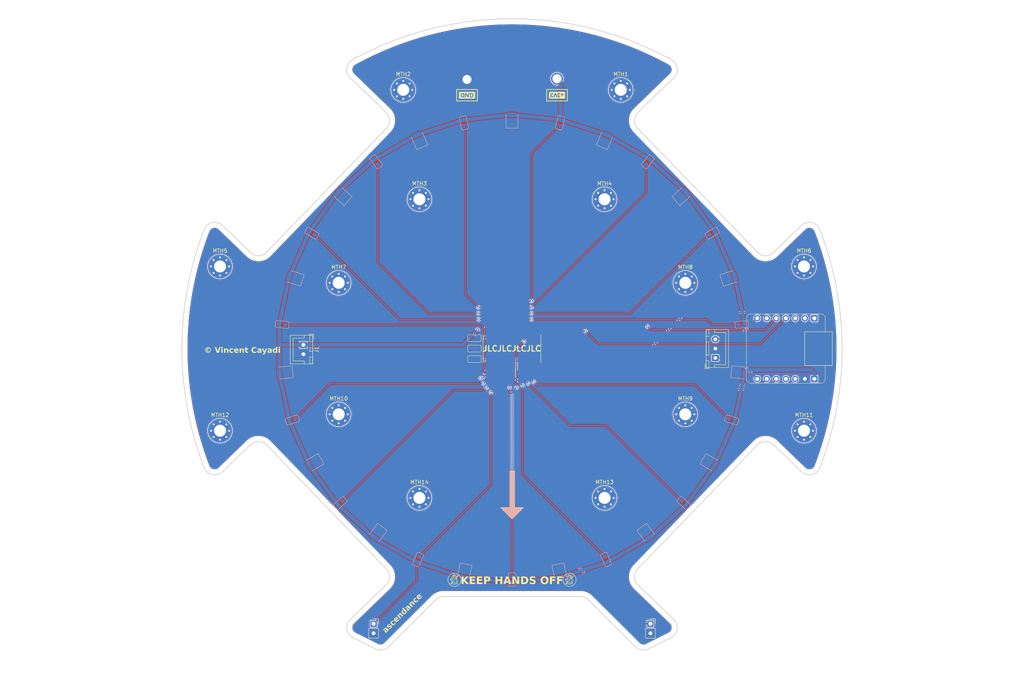
<source format=kicad_pcb>
(kicad_pcb (version 20221018) (generator pcbnew)
  (layers (0 "F.Cu" signal) (31 "B.Cu" signal) (34 "B.Paste" user) (35 "F.Paste" user) (36 "B.SilkS" user "B.Silkscreen") (37 "F.SilkS" user "F.Silkscreen") (38 "B.Mask" user) (39 "F.Mask" user) (44 "Edge.Cuts" user))
  (net 0 "")
  (net 1 "GND")
  (net 2 "+3V3")
  (net 3 "/L1 RX")
  (net 4 "/Sol")
  (net 5 "Net-(U1-I0)")
  (net 6 "Net-(U1-I1)")
  (net 7 "Net-(U1-I2)")
  (net 8 "Net-(U1-I3)")
  (net 9 "Net-(U1-I4)")
  (net 10 "Net-(U1-I5)")
  (net 11 "Net-(U1-I6)")
  (net 12 "Net-(U1-I7)")
  (net 13 "Net-(U1-I8)")
  (net 14 "Net-(U1-I9)")
  (net 15 "Net-(U1-I10)")
  (net 16 "Net-(U1-I11)")
  (net 17 "Net-(U1-I12)")
  (net 18 "Net-(U1-I13)")
  (net 19 "Net-(U1-I14)")
  (net 20 "/M1")
  (net 21 "Net-(U1-~{E})")
  (net 22 "/LG")
  (net 23 "/S0")
  (net 24 "/S1")
  (net 25 "/S3")
  (net 26 "/S2")
  (net 29 "/L1 TX")
  (footprint "MountingHole:MountingHole_3.2mm_M3_Pad_Via" (layer "F.Cu") (at 70.657814 83.095507)
    (fp_text reference "MTH5")
    (fp_text value "MountingHole_Pad")
  )
  (footprint "MountingHole:MountingHole_3.2mm_M3_Pad_Via" (layer "F.Cu") (at 70.657815 126.904498)
    (fp_text reference "MTH12")
    (fp_text value "MountingHole_Pad")
  )
  (footprint "2024l1:14 AWG" (layer "F.Cu") (at 160.5 33 90)
    (fp_text reference "TP3" hide)
    (fp_text value "3v3" hide)
  )
  (footprint "2024l1:cap0603" (layer "F.Cu") (at 138.5 102.2 180)
    (fp_text reference "C1" hide)
    (fp_text value "0.1u")
  )
  (footprint "2024l1:res0603" (layer "F.Cu") (at 138.5 105)
    (fp_text reference "R17" hide)
    (fp_text value "10K")
  )
  (footprint "MountingHole:MountingHole_3.2mm_M3_Pad_Via" (layer "F.Cu") (at 119.50579 35.976456)
    (fp_text reference "MTH2")
    (fp_text value "MountingHole_Pad")
  )
  (footprint "Connector_PinSocket_2.54mm:PinSocket_1x02_P2.54mm_Vertical" (layer "F.Cu") (at 111.6 178.4)
    (fp_text reference "J4" hide)
    (fp_text value "LED")
  )
  (footprint "MountingHole:MountingHole_3.2mm_M3_Pad_Via" (layer "F.Cu") (at 226.342185 126.904498)
    (fp_text reference "MTH11")
    (fp_text value "MountingHole_Pad")
  )
  (footprint "kibuzzard-655F61C6" (layer "F.Cu") (at 136.5 37.4 180)
    (fp_text reference "kibuzzard-655F61C6" hide)
    (fp_text value "G***" hide)
  )
  (footprint "2024l1:res0603" (layer "F.Cu") (at 138.5 107.8)
    (fp_text reference "R16" hide)
    (fp_text value "3K24")
  )
  (footprint "kibuzzard-655F6265" (layer "F.Cu") (at 160.5 37.4 180)
    (fp_text reference "kibuzzard-655F6265" hide)
    (fp_text value "G***" hide)
  )
  (footprint "2024l1:14 AWG" (layer "F.Cu") (at 136.5 33.2 90)
    (fp_text reference "TP1" hide)
    (fp_text value "GND" hide)
  )
  (footprint "MountingHole:MountingHole_3.2mm_M3_Pad_Via" (layer "F.Cu") (at 102.293075 87.462941)
    (fp_text reference "MTH7")
    (fp_text value "MountingHole_Pad")
  )
  (footprint "Connector_JST:JST_XH_B2B-XH-A_1x02_P2.50mm_Vertical" (layer "F.Cu") (at 92.9 104.004 -90)
    (fp_text reference "J1")
    (fp_text value "Conn_01x02")
  )
  (footprint "MountingHole:MountingHole_3.2mm_M3_Pad_Via" (layer "F.Cu") (at 123.827342 144.836849)
    (fp_text reference "MTH14")
    (fp_text value "MountingHole_Pad")
  )
  (footprint "MountingHole:MountingHole_3.2mm_M3_Pad_Via" (layer "F.Cu") (at 226.342186 83.095507)
    (fp_text reference "MTH6")
    (fp_text value "MountingHole_Pad")
  )
  (footprint "Connector_PinSocket_2.54mm:PinSocket_1x02_P2.54mm_Vertical" (layer "F.Cu") (at 185.4 178.4)
    (fp_text reference "J5" hide)
    (fp_text value "LDR")
  )
  (footprint "MountingHole:MountingHole_3.2mm_M3_Pad_Via" (layer "F.Cu") (at 102.293075 122.537569)
    (fp_text reference "MTH10")
    (fp_text value "MountingHole_Pad")
  )
  (footprint "MountingHole:MountingHole_3.2mm_M3_Pad_Via" (layer "F.Cu") (at 194.706925 122.537569)
    (fp_text reference "MTH9")
    (fp_text value "MountingHole_Pad")
  )
  (footprint "MountingHole:MountingHole_3.2mm_M3_Pad_Via" (layer "F.Cu") (at 173.172658 144.836849)
    (fp_text reference "MTH13")
    (fp_text value "MountingHole_Pad")
  )
  (footprint "Connector_JST:JST_XH_B3B-XH-A_1x03_P2.50mm_Vertical" (layer "F.Cu") (at 202.7 107.5 90)
    (fp_text reference "J2" hide)
    (fp_text value "Conn_01x03")
  )
  (footprint "MountingHole:MountingHole_3.2mm_M3_Pad_Via" (layer "F.Cu") (at 123.827485 65.163408)
    (fp_text reference "MTH3")
    (fp_text value "MountingHole_Pad")
  )
  (footprint "2024l1:Seeeduino XIAO SAMD 21 TFT" (layer "F.Cu") (at 221.5 105 -90)
    (fp_text reference "U2" hide)
    (fp_text value "Seeed Studio XIAO SAMD21" hide)
  )
  (footprint "MountingHole:MountingHole_3.2mm_M3_Pad_Via" (layer "F.Cu") (at 177.49421 35.976456)
    (fp_text reference "MTH1")
    (fp_text value "MountingHole_Pad")
  )
  (footprint "2024l1:CD74HC4067M" (layer "F.Cu") (at 148.5 105 90)
    (fp_text reference "U1" hide)
    (fp_text value "CD74HC4067SM")
  )
  (footprint "MountingHole:MountingHole_3.2mm_M3_Pad_Via" (layer "F.Cu") (at 194.706925 87.462941)
    (fp_text reference "MTH8")
    (fp_text value "MountingHole_Pad")
  )
  (footprint "MountingHole:MountingHole_3.2mm_M3_Pad_Via" (layer "F.Cu") (at 173.172803 65.163408)
    (fp_text reference "MTH4")
    (fp_text value "MountingHole_Pad")
  )
  (footprint "2024l1:ALS-PT19 (Top Side)" (layer "B.Cu") (at 135.69264 44.746108 -78)
    (fp_text reference "R11" hide)
    (fp_text value "C146233")
  )
  (footprint "2024l1:led2835" (layer "B.Cu") (at 95.67245 135.5 -150)
    (fp_text reference "D6" hide)
    (fp_text value "LED")
  )
  (footprint "2024l1:led2835" (layer "B.Cu") (at 161.182613 164.667004 -78)
    (fp_text reference "D9" hide)
    (fp_text value "LED")
  )
  (footprint "2024l1:led2835" (layer "B.Cu") (at 103.168166 64.183033 138)
    (fp_text reference "D3" hide)
    (fp_text value "LED")
  )
  (footprint "2024l1:ALS-PT19 (Top Side)" (layer "B.Cu") (at 184.707572 55.164553 -126)
    (fp_text reference "R13" hide)
    (fp_text value "C146233")
  )
  (footprint "2024l1:ALS-PT19 (Top Side)" (layer "B.Cu") (at 201.847165 74.2 -150)
    (fp_text reference "R14" hide)
    (fp_text value "C146233")
  )
  (footprint "2024l1:ALS-PT19 (Top Side)" (layer "B.Cu") (at 173.554977 161.2744 114)
    (fp_text reference "R3" hide)
    (fp_text value "C146233")
  )
  (footprint "2024l1:ALS-PT19 (Top Side)" (layer "B.Cu") (at 123.445023 161.2744 66)
    (fp_text reference "R5" hide)
    (fp_text value "C146233")
  )
  (footprint "2024l1:led2835" (layer "B.Cu") (at 87.834164 111.376236 -174)
    (fp_text reference "D5" hide)
    (fp_text value "LED")
  )
  (footprint "2024l1:ALS-PT19 (Top Side)" (layer "B.Cu") (at 207.085081 124.035447 162)
    (fp_text reference "R1" hide)
    (fp_text value "C146233")
  )
  (footprint "2024l1:ALS-PT19 (Top Side)" (layer "B.Cu") (at 161.30736 44.746108 -102)
    (fp_text reference "R12" hide)
    (fp_text value "C146233")
  )
  (footprint "2024l1:led2835" (layer "B.Cu") (at 148.5 44 90)
    (fp_text reference "D1" hide)
    (fp_text value "LED")
  )
  (footprint "2024l1:ALS-PT19 (Top Side)" (layer "B.Cu") (at 102.722279 146.218445 42)
    (fp_text reference "R6" hide)
    (fp_text value "C146233")
  )
  (footprint "2024l1:led2835" (layer "B.Cu") (at 123.689065 49.273727 114)
    (fp_text reference "D2" hide)
    (fp_text value "LED")
  )
  (footprint "2024l1:ALS-PT19 (Top Side)" (layer "B.Cu") (at 89.914919 124.035447 18)
    (fp_text reference "R7" hide)
    (fp_text value "C146233")
  )
  (footprint "2024l1:led2835" (layer "B.Cu") (at 135.817387 164.667004 -102)
    (fp_text reference "D8" hide)
    (fp_text value "LED")
  )
  (footprint "2024l1:led2835" (layer "B.Cu") (at 184.3549 154.350037 -54)
    (fp_text reference "D10" hide)
    (fp_text value "LED")
  )
  (footprint "2024l1:ALS-PT19 (Top Side)" (layer "B.Cu") (at 87.237451 98.561047 -6)
    (fp_text reference "R8" hide)
    (fp_text value "C146233")
  )
  (footprint "2024l1:led2835" (layer "B.Cu") (at 112.6451 154.350037 -126)
    (fp_text reference "D7" hide)
    (fp_text value "LED")
  )
  (footprint "2024l1:led2835" (layer "B.Cu") (at 90.485553 86.149963 162)
    (fp_text reference "D4" hide)
    (fp_text value "LED")
  )
  (footprint "2024l1:led2835" (layer "B.Cu") (at 209.165836 111.376236 -6)
    (fp_text reference "D12" hide)
    (fp_text value "LED")
  )
  (footprint "2024l1:ALS-PT19 (Top Side)" (layer "B.Cu") (at 209.762549 98.561047 -174)
    (fp_text reference "R15" hide)
    (fp_text value "C146233")
  )
  (footprint "2024l1:ALS-PT19 (Top Side)" (layer "B.Cu") (at 95.152835 74.2 -30)
    (fp_text reference "R9" hide)
    (fp_text value "C146233")
  )
  (footprint "2024l1:ALS-PT19 (Top Side)" (layer "B.Cu") (at 148.5 166.6 90)
    (fp_text reference "R4" hide)
    (fp_text value "C146233")
  )
  (footprint "2024l1:led2835" (layer "B.Cu") (at 206.514447 86.149963 18)
    (fp_text reference "D13" hide)
    (fp_text value "LED")
  )
  (footprint "2024l1:led2835" (layer "B.Cu") (at 173.310935 49.273727 66)
    (fp_text reference "D15" hide)
    (fp_text value "LED")
  )
  (footprint "2024l1:led2835" (layer "B.Cu") (at 201.32755 135.5 -30)
    (fp_text reference "D11" hide)
    (fp_text value "LED")
  )
  (footprint "2024l1:ALS-PT19 (Top Side)" (layer "B.Cu") (at 112.292428 55.164553 -54)
    (fp_text reference "R10" hide)
    (fp_text value "C146233")
  )
  (footprint "2024l1:ALS-PT19 (Top Side)" (layer "B.Cu") (at 194.277721 146.218445 138)
    (fp_text reference "R2" hide)
    (fp_text value "C146233")
  )
  (footprint "2024l1:led2835" (layer "B.Cu") (at 193.831834 64.183033 42)
    (fp_text reference "D14" hide)
    (fp_text value "LED")
  )
  (gr_poly (pts (xy 147.96 147.44) (xy 149.16 147.44) (xy 149.16 137.64) (xy 147.96 137.64)) (stroke (width 0.15)) (fill solid) (layer "B.SilkS"))
  (gr_poly (pts (xy 151.51 147.43) (xy 148.51 150.43) (xy 145.51 147.43)) (stroke (width 0.15)) (fill solid) (layer "B.SilkS"))
  (gr_rect (start 133.74 35.88) (end 139.26 38.925) (stroke (width 0.2)) (fill none) (layer "F.SilkS"))
  (gr_rect (start 157.74 35.88) (end 163.26 38.925) (stroke (width 0.2)) (fill none) (layer "F.SilkS"))
  (gr_poly (pts (xy 163.838726 164.877522) (xy 163.897423 164.87879) (xy 164.010598 164.882979) (xy 164.055056 164.885636) (xy 164.084748 164.888491) (xy 164.136703 164.896535) (xy 164.188049 164.905848) (xy 164.238774 164.916423) (xy 164.288863 164.928256) (xy 164.338302 164.941341) (xy 164.387079 164.955675) (xy 164.435181 164.97125) (xy 164.482593 164.988063) (xy 164.529302 165.006107) (xy 164.575295 165.025379) (xy 164.620558 165.045871) (xy 164.665078 165.067581) (xy 164.708841 165.090502) (xy 164.751835 165.114629) (xy 164.794045 165.139956) (xy 164.835459 165.16648) (xy 164.94766 165.246237) (xy 165.052365 165.332816) (xy 165.149384 165.42578) (xy 165.238529 165.524693) (xy 165.319613 165.629116) (xy 165.392448 165.738612) (xy 165.456845 165.852746) (xy 165.512616 165.971078) (xy 165.559573 166.093172) (xy 165.597528 166.218591) (xy 165.626292 166.346898) (xy 165.645679 166.477656) (xy 165.655499 166.610426) (xy 165.655565 166.744773) (xy 165.645688 166.880259) (xy 165.625681 167.016446) (xy 165.611942 167.083945) (xy 165.595634 167.150542) (xy 165.576811 167.21618) (xy 165.55553 167.280805) (xy 165.505815 167.406796) (xy 165.446933 167.528074) (xy 165.379327 167.644195) (xy 165.303443 167.754721) (xy 165.219725 167.859208) (xy 165.128617 167.957217) (xy 165.030564 168.048305) (xy 164.92601 168.132031) (xy 164.815399 168.207953) (xy 164.699176 168.275632) (xy 164.577786 168.334624) (xy 164.451672 168.38449) (xy 164.386983 168.405862) (xy 164.32128 168.424787) (xy 164.254618 168.44121) (xy 164.187053 168.455075) (xy 164.074851 168.472268) (xy 163.963034 168.482621) (xy 163.851836 168.486207) (xy 163.741495 168.483098) (xy 163.632245 168.473366) (xy 163.524322 168.457083) (xy 163.417961 168.434323) (xy 163.313399 168.405156) (xy 163.210871 168.369656) (xy 163.110612 168.327895) (xy 163.012859 168.279945) (xy 162.917847 168.225879) (xy 162.825811 168.165769) (xy 162.736988 168.099687) (xy 162.651612 168.027705) (xy 162.56992 167.949897) (xy 162.536012 167.914619) (xy 162.706092 167.914619) (xy 162.737136 167.94143) (xy 162.803111 167.995808) (xy 162.870568 168.046484) (xy 162.93947 168.093443) (xy 163.009779 168.136671) (xy 163.081456 168.176153) (xy 163.154463 168.211876) (xy 163.228762 168.243824) (xy 163.304315 168.271983) (xy 163.381083 168.296339) (xy 163.459029 168.316877) (xy 163.538113 168.333582) (xy 163.618298 168.346441) (xy 163.699546 168.355438) (xy 163.781818 168.36056) (xy 163.865075 168.361792) (xy 163.949281 168.359119) (xy 163.983137 168.357036) (xy 164.016963 168.354231) (xy 164.050746 168.350709) (xy 164.084472 168.346474) (xy 164.118128 168.341533) (xy 164.1517 168.335889) (xy 164.218539 168.322518) (xy 164.284881 168.306402) (xy 164.350621 168.287582) (xy 164.415649 168.2661) (xy 164.479859 168.241997) (xy 164.532005 168.220418) (xy 164.581911 168.197822) (xy 164.606191 168.186053) (xy 164.630113 168.17392) (xy 164.653744 168.161389) (xy 164.67715 168.148422) (xy 164.723558 168.121039) (xy 164.769875 168.091482) (xy 164.816639 168.05946) (xy 164.864386 168.024685) (xy 164.932373 167.970714) (xy 164.997116 167.913654) (xy 165.058548 167.853626) (xy 165.1166 167.79075) (xy 165.171205 167.725145) (xy 165.222293 167.656931) (xy 165.269797 167.586229) (xy 165.313649 167.513158) (xy 165.35378 167.437838) (xy 165.390122 167.360388) (xy 165.422607 167.28093) (xy 165.451166 167.199582) (xy 165.475732 167.116465) (xy 165.496236 167.031699) (xy 165.512611 166.945402) (xy 165.524787 166.857696) (xy 165.528804 166.807489) (xy 165.530861 166.749195) (xy 165.53105 166.685577) (xy 165.529461 166.619395) (xy 165.526185 166.553412) (xy 165.521314 166.490389) (xy 165.514938 166.433087) (xy 165.511214 166.407445) (xy 165.507148 166.384269) (xy 165.495414 166.327016) (xy 165.482165 166.270865) (xy 165.467394 166.215792) (xy 165.451089 166.161776) (xy 165.433243 166.108794) (xy 165.413845 166.056822) (xy 165.392886 166.005839) (xy 165.370358 165.95582) (xy 165.34625 165.906745) (xy 165.320554 165.858589) (xy 165.29326 165.81133) (xy 165.264359 165.764945) (xy 165.233842 165.719413) (xy 165.201698 165.674709) (xy 165.16792 165.630811) (xy 165.132497 165.587697) (xy 165.123929 165.577644) (xy 165.115807 165.568261) (xy 165.108313 165.559754) (xy 165.10163 165.552331) (xy 165.095938 165.546197) (xy 165.093522 165.543678) (xy 165.091421 165.54156) (xy 165.08966 165.539867) (xy 165.08826 165.538626) (xy 165.087245 165.537862) (xy 165.086888 165.537668) (xy 165.086637 165.537602) (xy 165.064412 165.558383) (xy 165.006732 165.614949) (xy 164.819937 165.800774) (xy 164.55747 166.063241) (xy 164.55747 167.343824) (xy 164.592042 167.343824) (xy 164.597466 167.343861) (xy 164.602391 167.343983) (xy 164.606866 167.34421) (xy 164.610938 167.344563) (xy 164.612837 167.344792) (xy 164.614654 167.34506) (xy 164.616394 167.345369) (xy 164.618062 167.345722) (xy 164.619666 167.346121) (xy 164.62121 167.346568) (xy 164.622701 167.347066) (xy 164.624145 167.347617) (xy 164.625547 167.348224) (xy 164.626914 167.348889) (xy 164.628252 167.349615) (xy 164.629566 167.350405) (xy 164.630863 167.351259) (xy 164.632147 167.352182) (xy 164.633427 167.353176) (xy 164.634706 167.354242) (xy 164.635992 167.355384) (xy 164.63729 167.356604) (xy 164.639945 167.359287) (xy 164.642721 167.362312) (xy 164.645664 167.365697) (xy 164.664009 167.388274) (xy 164.661892 167.602763) (xy 164.659775 167.817958) (xy 164.64002 167.834891) (xy 164.620264 167.851824) (xy 163.083564 167.851824) (xy 163.044053 167.817958) (xy 163.040525 167.700836) (xy 163.036998 167.583713) (xy 162.871192 167.749519) (xy 162.706092 167.914619) (xy 162.536012 167.914619) (xy 162.531559 167.909987) (xy 162.494778 167.869604) (xy 162.459551 167.828704) (xy 162.425854 167.787244) (xy 162.393662 167.745181) (xy 162.362949 167.70247) (xy 162.333692 167.659069) (xy 162.305866 167.614934) (xy 162.279444 167.570022) (xy 162.254404 167.52429) (xy 162.23072 167.477693) (xy 162.208367 167.430189) (xy 162.18732 167.381734) (xy 162.167555 167.332285) (xy 162.149046 167.281798) (xy 162.13177 167.23023) (xy 162.101177 167.123436) (xy 162.077359 167.015711) (xy 162.060264 166.907344) (xy 162.049837 166.798628) (xy 162.046025 166.689855) (xy 162.046874 166.656302) (xy 162.173851 166.656302) (xy 162.174809 166.729286) (xy 162.176692 166.788877) (xy 162.179825 166.843674) (xy 162.184396 166.89503) (xy 162.190595 166.944304) (xy 162.198614 166.992849) (xy 162.208642 167.042023) (xy 162.22087 167.093181) (xy 162.235486 167.14768) (xy 162.248465 167.190945) (xy 162.263013 167.234407) (xy 162.279064 167.27795) (xy 162.29655 167.321456) (xy 162.315405 167.36481) (xy 162.335561 167.407894) (xy 162.356951 167.450591) (xy 162.379508 167.492785) (xy 162.403165 167.534359) (xy 162.427854 167.575196) (xy 162.453508 167.615179) (xy 162.480061 167.654192) (xy 162.507444 167.692117) (xy 162.535591 167.728839) (xy 162.564435 167.764239) (xy 162.593909 167.798202) (xy 162.618603 167.825719) (xy 162.829564 167.614758) (xy 162.872148 167.571981) (xy 162.912004 167.531568) (xy 162.948255 167.49443) (xy 162.977813 167.463769) (xy 163.167525 167.463769) (xy 163.167525 167.73188) (xy 164.536303 167.73188) (xy 164.536303 167.463769) (xy 163.167525 167.463769) (xy 162.977813 167.463769) (xy 162.980024 167.461476) (xy 163.006435 167.433615) (xy 163.026613 167.411756) (xy 163.039679 167.39681) (xy 163.043272 167.392213) (xy 163.044759 167.389686) (xy 163.045409 167.387816) (xy 163.046165 167.385915) (xy 163.047972 167.382043) (xy 163.050135 167.378117) (xy 163.052608 167.374185) (xy 163.055345 167.370295) (xy 163.058302 167.366493) (xy 163.061432 167.362828) (xy 163.064691 167.359347) (xy 163.068032 167.356097) (xy 163.07141 167.353126) (xy 163.07478 167.350482) (xy 163.078096 167.348212) (xy 163.07972 167.347232) (xy 163.081313 167.346364) (xy 163.08287 167.345613) (xy 163.084386 167.344985) (xy 163.085853 167.344486) (xy 163.087268 167.344122) (xy 163.088623 167.3439) (xy 163.089914 167.343824) (xy 163.276886 167.343824) (xy 164.43047 167.343824) (xy 164.43047 166.768797) (xy 164.429941 166.362749) (xy 164.429279 166.239167) (xy 164.428353 166.193769) (xy 163.851914 166.768797) (xy 163.276886 167.343824) (xy 163.089914 167.343824) (xy 163.090534 167.343794) (xy 163.091202 167.343702) (xy 163.092672 167.343345) (xy 163.094309 167.342764) (xy 163.096099 167.341972) (xy 163.098025 167.340982) (xy 163.100072 167.339806) (xy 163.102224 167.338456) (xy 163.104466 167.336945) (xy 163.106783 167.335285) (xy 163.109159 167.333489) (xy 163.111578 167.331569) (xy 163.114024 167.329537) (xy 163.116484 167.327406) (xy 163.11894 167.325188) (xy 163.121377 167.322896) (xy 163.123781 167.320541) (xy 163.131031 167.312878) (xy 163.133986 167.309474) (xy 163.136536 167.306199) (xy 163.138709 167.302936) (xy 163.140536 167.299569) (xy 163.142047 167.295981) (xy 163.143272 167.292054) (xy 163.14424 167.287673) (xy 163.144982 167.282721) (xy 163.145528 167.27708) (xy 163.145907 167.270634) (xy 163.146149 167.263266) (xy 163.146286 167.25486) (xy 163.146359 167.234463) (xy 163.146359 167.171669) (xy 162.903648 166.927547) (xy 162.828748 166.852277) (xy 162.797794 166.821012) (xy 162.770783 166.793568) (xy 162.747426 166.769626) (xy 162.727435 166.748866) (xy 162.71052 166.730969) (xy 162.696391 166.715615) (xy 162.684759 166.702486) (xy 162.679789 166.696655) (xy 162.675334 166.691261) (xy 162.671359 166.686263) (xy 162.667828 166.681622) (xy 162.664704 166.677297) (xy 162.661951 166.673249) (xy 162.659532 166.669437) (xy 162.657413 166.665823) (xy 162.655556 166.662365) (xy 162.653925 166.659024) (xy 162.652484 166.655759) (xy 162.651198 166.652532) (xy 162.648942 166.64603) (xy 162.646023 166.63588) (xy 162.643613 166.625317) (xy 162.64171 166.614409) (xy 162.64031 166.603223) (xy 162.63941 166.591826) (xy 162.639008 166.580285) (xy 162.639099 166.568668) (xy 162.639108 166.568485) (xy 162.759439 166.568485) (xy 162.759476 166.574572) (xy 162.759895 166.580918) (xy 162.760684 166.587557) (xy 162.761831 166.594524) (xy 162.76301 166.598972) (xy 162.765113 166.604015) (xy 162.76837 166.609899) (xy 162.77301 166.616871) (xy 162.787355 166.635068) (xy 162.809985 166.660582) (xy 162.842736 166.69539) (xy 162.887442 166.741467) (xy 163.020064 166.875335) (xy 163.093543 166.949204) (xy 163.151617 167.008024) (xy 163.175418 167.03238) (xy 163.196016 167.053681) (xy 163.213627 167.072163) (xy 163.228468 167.08806) (xy 163.240753 167.10161) (xy 163.2507 167.113047) (xy 163.258523 167.122607) (xy 163.261707 167.126757) (xy 163.26444 167.130526) (xy 163.266751 167.133944) (xy 163.268666 167.137039) (xy 163.270212 167.139843) (xy 163.271417 167.142383) (xy 163.272307 167.144689) (xy 163.272909 167.146792) (xy 163.273251 167.14872) (xy 163.273359 167.150502) (xy 163.273965 167.153149) (xy 163.27606 167.153947) (xy 163.280056 167.152505) (xy 163.286367 167.14843) (xy 163.307589 167.130807) (xy 163.343032 167.097938) (xy 163.469812 166.973893) (xy 163.693164 166.751158) (xy 164.11297 166.331352) (xy 164.11297 166.211408) (xy 164.232209 166.211408) (xy 164.331692 166.11263) (xy 164.43047 166.013852) (xy 164.43047 165.911547) (xy 164.430389 165.891672) (xy 164.430121 165.873761) (xy 164.429628 165.857677) (xy 164.428871 165.843284) (xy 164.428382 165.836679) (xy 164.427813 165.830446) (xy 164.427158 165.824567) (xy 164.426414 165.819025) (xy 164.425576 165.813804) (xy 164.424637 165.808886) (xy 164.423595 165.804255) (xy 164.422444 165.799892) (xy 164.421179 165.795782) (xy 164.419796 165.791907) (xy 164.41829 165.788251) (xy 164.416655 165.784795) (xy 164.414888 165.781523) (xy 164.412983 165.778418) (xy 164.410935 165.775463) (xy 164.408741 165.77264) (xy 164.406395 165.769934) (xy 164.403891 165.767326) (xy 164.401227 165.7648) (xy 164.398396 165.762338) (xy 164.395394 165.759924) (xy 164.392216 165.757541) (xy 164.388858 165.75517) (xy 164.385314 165.752797) (xy 164.381233 165.750268) (xy 164.377065 165.747974) (xy 164.372818 165.745913) (xy 164.368501 165.744082) (xy 164.364121 165.742481) (xy 164.359686 165.741107) (xy 164.355206 165.739961) (xy 164.350687 165.739038) (xy 164.346138 165.738339) (xy 164.341568 165.737862) (xy 164.336983 165.737605) (xy 164.332394 165.737567) (xy 164.327806 165.737745) (xy 164.32323 165.738139) (xy 164.318672 165.738747) (xy 164.314141 165.739567) (xy 164.309646 165.740599) (xy 164.305194 165.741839) (xy 164.300793 165.743287) (xy 164.296452 165.744942) (xy 164.292178 165.746801) (xy 164.28798 165.748863) (xy 164.283866 165.751127) (xy 164.279845 165.75359) (xy 164.275923 165.756252) (xy 164.27211 165.759111) (xy 164.268414 165.762166) (xy 164.264842 165.765414) (xy 164.261403 165.768854) (xy 164.258105 165.772485) (xy 164.254956 165.776306) (xy 164.251964 165.780313) (xy 164.247039 165.78799) (xy 164.245016 165.792085) (xy 164.243255 165.796751) (xy 164.241734 165.802289) (xy 164.24043 165.809) (xy 164.238382 165.827145) (xy 164.23693 165.85359) (xy 164.235891 165.890744) (xy 164.234325 166.006797) (xy 164.232209 166.211408) (xy 164.11297 166.211408) (xy 164.11297 165.960936) (xy 164.112933 165.825086) (xy 164.11277 165.770333) (xy 164.112408 165.72345) (xy 164.112127 165.702745) (xy 164.111768 165.683752) (xy 164.111321 165.666383) (xy 164.110775 165.650554) (xy 164.110121 165.63618) (xy 164.109349 165.623174) (xy 164.10845 165.611451) (xy 164.107414 165.600926) (xy 164.106231 165.591513) (xy 164.104891 165.583126) (xy 164.103386 165.57568) (xy 164.101704 165.56909) (xy 164.100795 165.566089) (xy 164.099838 165.56327) (xy 164.098831 165.560622) (xy 164.097775 165.558135) (xy 164.096668 165.555797) (xy 164.095508 165.553598) (xy 164.094295 165.551527) (xy 164.093027 165.549575) (xy 164.091703 165.547729) (xy 164.090321 165.545979) (xy 164.087381 165.542726) (xy 164.084198 165.53973) (xy 164.080761 165.536905) (xy 164.077061 165.534166) (xy 164.073089 165.531427) (xy 164.064287 165.525608) (xy 164.060129 165.523019) (xy 164.055867 165.520677) (xy 164.051508 165.518579) (xy 164.047065 165.516723) (xy 164.042547 165.515108) (xy 164.037964 165.513731) (xy 164.033327 165.51259) (xy 164.028645 165.511684) (xy 164.023929 165.51101) (xy 164.019189 165.510567) (xy 164.014436 165.510353) (xy 164.009679 165.510365) (xy 164.004929 165.510602) (xy 164.000195 165.511062) (xy 163.995489 165.511743) (xy 163.99082 165.512643) (xy 163.986199 165.51376) (xy 163.981636 165.515092) (xy 163.97714 165.516637) (xy 163.972723 165.518394) (xy 163.968394 165.520359) (xy 163.964163 165.522533) (xy 163.960041 165.524911) (xy 163.956039 165.527493) (xy 163.952165 165.530276) (xy 163.948431 165.53326) (xy 163.944847 165.53644) (xy 163.941422 165.539817) (xy 163.938167 165.543387) (xy 163.935093 165.547149) (xy 163.932209 165.551101) (xy 163.929525 165.555241) (xy 163.92507 165.563501) (xy 163.921665 165.573828) (xy 163.919169 165.589149) (xy 163.917443 165.612391) (xy 163.916344 165.646481) (xy 163.915734 165.694346) (xy 163.915414 165.843108) (xy 163.915414 166.107691) (xy 163.89707 166.129563) (xy 163.894778 166.132195) (xy 163.892405 166.134665) (xy 163.889955 166.136973) (xy 163.887435 166.13912) (xy 163.884847 166.141105) (xy 163.882199 166.142928) (xy 163.879495 166.14459) (xy 163.876741 166.146089) (xy 163.873941 166.147426) (xy 163.871101 166.1486) (xy 163.868225 166.149612) (xy 163.86532 166.150461) (xy 163.86239 166.151148) (xy 163.85944 166.151671) (xy 163.856475 166.152032) (xy 163.853502 166.152229) (xy 163.850524 166.152263) (xy 163.847547 166.152134) (xy 163.844577 166.151841) (xy 163.841618 166.151385) (xy 163.838675 166.150764) (xy 163.835754 166.14998) (xy 163.83286 166.149031) (xy 163.829998 166.147919) (xy 163.827173 166.146642) (xy 163.824391 166.1452) (xy 163.821656 166.143594) (xy 163.818974 166.141824) (xy 163.816349 166.139888) (xy 163.813788 166.137788) (xy 163.811295 166.135522) (xy 163.808875 166.133091) (xy 163.791942 166.114747) (xy 163.788414 165.775374) (xy 163.787199 165.653685) (xy 163.786569 165.604647) (xy 163.785835 165.562671) (xy 163.785406 165.544143) (xy 163.784926 165.527154) (xy 163.784385 165.511627) (xy 163.783776 165.497487) (xy 163.783089 165.48466) (xy 163.782315 165.473068) (xy 163.781448 165.462636) (xy 163.780477 165.453288) (xy 163.779394 165.44495) (xy 163.778192 165.437544) (xy 163.77686 165.430995) (xy 163.775392 165.425229) (xy 163.774603 165.422615) (xy 163.773778 165.420168) (xy 163.772913 165.417878) (xy 163.772009 165.415737) (xy 163.771064 165.413734) (xy 163.770078 165.411861) (xy 163.769048 165.410107) (xy 163.767975 165.408464) (xy 163.766857 165.406921) (xy 163.765693 165.405469) (xy 163.764481 165.404099) (xy 163.763222 165.402802) (xy 163.760554 165.400387) (xy 163.757681 165.398148) (xy 163.754594 165.396008) (xy 163.751285 165.393894) (xy 163.743964 165.389436) (xy 163.741238 165.387882) (xy 163.738357 165.386398) (xy 163.735334 165.384989) (xy 163.732179 165.383659) (xy 163.728905 165.382411) (xy 163.725522 165.38125) (xy 163.722042 165.38018) (xy 163.718476 165.379205) (xy 163.714836 165.378329) (xy 163.711132 165.377557) (xy 163.707377 165.376892) (xy 163.703582 165.376339) (xy 163.699758 165.375901) (xy 163.695916 165.375584) (xy 163.692068 165.37539) (xy 163.688225 165.375324) (xy 163.683258 165.375376) (xy 163.678649 165.375541) (xy 163.674361 165.375831) (xy 163.670355 165.376262) (xy 163.666593 165.376845) (xy 163.663036 165.377594) (xy 163.659647 165.378523) (xy 163.656387 165.379646) (xy 163.653218 165.380975) (xy 163.650102 165.382525) (xy 163.647 165.384308) (xy 163.643875 165.386338) (xy 163.640687 165.388628) (xy 163.637399 165.391193) (xy 163.633973 165.394044) (xy 163.63037 165.397197) (xy 163.627726 165.399549) (xy 163.625097 165.402093) (xy 163.622497 165.404804) (xy 163.619941 165.407659) (xy 163.617442 165.410633) (xy 163.615016 165.413704) (xy 163.612676 165.416847) (xy 163.610438 165.420039) (xy 163.608315 165.423255) (xy 163.606323 165.426473) (xy 163.604475 165.429668) (xy 163.602787 165.432816) (xy 163.601272 165.435894) (xy 163.599945 165.438878) (xy 163.598821 165.441744) (xy 163.597914 165.444469) (xy 163.596396 165.457761) (xy 163.595026 165.48506) (xy 163.592799 165.57923) (xy 163.591366 165.722083) (xy 163.590859 165.908724) (xy 163.590859 166.346874) (xy 163.57322 166.363102) (xy 163.57074 166.365279) (xy 163.568199 166.367311) (xy 163.565602 166.369197) (xy 163.562953 166.370939) (xy 163.560258 166.372536) (xy 163.557522 166.373987) (xy 163.554748 166.375293) (xy 163.551943 166.376453) (xy 163.549111 166.377467) (xy 163.546257 166.378336) (xy 163.543386 166.379058) (xy 163.540502 166.379634) (xy 163.537612 166.380065) (xy 163.534719 166.380348) (xy 163.531829 166.380486) (xy 163.528946 166.380476) (xy 163.526076 166.38032) (xy 163.523223 166.380017) (xy 163.520392 166.379567) (xy 163.517588 166.37897) (xy 163.514817 166.378226) (xy 163.512082 166.377334) (xy 163.509389 166.376295) (xy 163.506743 166.375108) (xy 163.504149 166.373773) (xy 163.501611 166.37229) (xy 163.499135 166.370659) (xy 163.496725 166.36888) (xy 163.494386 166.366953) (xy 163.492124 166.364877) (xy 163.489943 166.362653) (xy 163.487848 166.36028) (xy 163.470914 166.34123) (xy 163.470914 166.078763) (xy 163.470831 165.999693) (xy 163.470517 165.937663) (xy 163.470242 165.912307) (xy 163.469872 165.890334) (xy 163.469395 165.871452) (xy 163.468798 165.855367) (xy 163.468068 165.841787) (xy 163.467194 165.83042) (xy 163.466162 165.820974) (xy 163.464961 165.813155) (xy 163.464293 165.809764) (xy 163.463578 165.806671) (xy 163.462815 165.803839) (xy 163.462001 165.801231) (xy 163.461136 165.79881) (xy 163.460217 165.79654) (xy 163.458214 165.792308) (xy 163.454751 165.785952) (xy 163.450987 165.779981) (xy 163.446942 165.774396) (xy 163.442634 165.769198) (xy 163.438081 165.764388) (xy 163.433301 165.759966) (xy 163.428313 165.755933) (xy 163.423135 165.75229) (xy 163.417785 165.749037) (xy 163.412282 165.746176) (xy 163.406645 165.743707) (xy 163.400891 165.741632) (xy 163.395038 165.73995) (xy 163.389106 165.738662) (xy 163.383112 165.73777) (xy 163.377075 165.737274) (xy 163.371014 165.737175) (xy 163.364945 165.737474) (xy 163.358889 165.738171) (xy 163.352863 165.739267) (xy 163.346886 165.740763) (xy 163.340975 165.74266) (xy 163.33515 165.744959) (xy 163.329428 165.747659) (xy 163.323829 165.750763) (xy 163.318369 165.754271) (xy 163.313068 165.758183) (xy 163.307945 165.762501) (xy 163.303016 165.767225) (xy 163.298302 165.772355) (xy 163.293819 165.777894) (xy 163.289587 165.783841) (xy 163.273359 165.80783) (xy 163.273359 166.714469) (xy 163.255014 166.736341) (xy 163.252415 166.739377) (xy 163.249893 166.742143) (xy 163.24743 166.744648) (xy 163.245004 166.746902) (xy 163.242595 166.748917) (xy 163.240181 166.750703) (xy 163.237743 166.752269) (xy 163.235259 166.753627) (xy 163.232709 166.754786) (xy 163.230072 166.755758) (xy 163.227327 166.756551) (xy 163.224455 166.757177) (xy 163.221433 166.757646) (xy 163.218243 166.757968) (xy 163.214862 166.758154) (xy 163.21127 166.758213) (xy 163.207006 166.758072) (xy 163.202827 166.757548) (xy 163.19855 166.756488) (xy 163.193995 166.754741) (xy 163.188981 166.752154) (xy 163.183327 166.748577) (xy 163.176853 166.743856) (xy 163.169377 166.73784) (xy 163.160719 166.730378) (xy 163.150698 166.721316) (xy 163.125842 166.697789) (xy 163.093363 166.666043) (xy 163.051814 166.624863) (xy 163.024434 166.597906) (xy 162.998269 166.572454) (xy 162.97394 166.549085) (xy 162.952066 166.528379) (xy 162.933269 166.510913) (xy 162.918167 166.497268) (xy 162.907381 166.488021) (xy 162.9038 166.485228) (xy 162.901531 166.483752) (xy 162.89979 166.482967) (xy 162.897761 166.482203) (xy 162.895466 166.481464) (xy 162.892932 166.480754) (xy 162.887243 166.479436) (xy 162.880893 166.478284) (xy 162.87408 166.477331) (xy 162.867003 166.476609) (xy 162.859859 166.476151) (xy 162.852848 166.475991) (xy 162.847787 166.476036) (xy 162.843152 166.476188) (xy 162.838889 166.47647) (xy 162.834944 166.476906) (xy 162.831264 166.47752) (xy 162.827795 166.478335) (xy 162.826122 166.478826) (xy 162.824483 166.479376) (xy 162.822869 166.479988) (xy 162.821274 166.480665) (xy 162.819692 166.481411) (xy 162.818115 166.482228) (xy 162.814952 166.484087) (xy 162.81173 166.486267) (xy 162.808398 166.48879) (xy 162.804899 166.491682) (xy 162.801182 166.494965) (xy 162.797192 166.498664) (xy 162.792875 166.502802) (xy 162.78745 166.50853) (xy 162.782541 166.514094) (xy 162.77814 166.51953) (xy 162.774233 166.524873) (xy 162.77081 166.530158) (xy 162.76786 166.53542) (xy 162.76537 166.540695) (xy 162.76333 166.546017) (xy 162.761728 166.551422) (xy 162.760553 166.556945) (xy 162.759794 166.562621) (xy 162.759439 166.568485) (xy 162.639108 166.568485) (xy 162.639682 166.557042) (xy 162.640752 166.545473) (xy 162.642307 166.53403) (xy 162.644343 166.522779) (xy 162.646858 166.511787) (xy 162.649849 166.501122) (xy 162.653312 166.49085) (xy 162.657244 166.48104) (xy 162.661642 166.471758) (xy 162.669226 166.458094) (xy 162.677664 166.445163) (xy 162.68692 166.432986) (xy 162.696953 166.421586) (xy 162.707726 166.410984) (xy 162.719201 166.401201) (xy 162.73134 166.392259) (xy 162.744104 166.384181) (xy 162.757455 166.376987) (xy 162.771355 166.370699) (xy 162.785765 166.36534) (xy 162.800647 166.36093) (xy 162.815964 166.357492) (xy 162.831677 166.355048) (xy 162.847747 166.353618) (xy 162.864136 166.353224) (xy 162.877052 166.35357) (xy 162.88918 166.354401) (xy 162.900672 166.355807) (xy 162.911684 166.357877) (xy 162.92237 166.360698) (xy 162.932883 166.364362) (xy 162.943377 166.368955) (xy 162.954007 166.374567) (xy 162.964926 166.381288) (xy 162.976288 166.389205) (xy 162.988248 166.398408) (xy 163.000959 166.408985) (xy 163.014576 166.421026) (xy 163.029252 166.43462) (xy 163.045141 166.449854) (xy 163.062398 166.466819) (xy 163.145653 166.548663) (xy 163.14777 166.168369) (xy 163.149886 165.788074) (xy 163.17317 165.740802) (xy 163.175888 165.735506) (xy 163.178741 165.730213) (xy 163.181717 165.724946) (xy 163.1848 165.719724) (xy 163.187979 165.714568) (xy 163.19124 165.709499) (xy 163.194569 165.704537) (xy 163.197952 165.699704) (xy 163.201377 165.695019) (xy 163.20483 165.690504) (xy 163.208298 165.686179) (xy 163.211766 165.682065) (xy 163.215222 165.678182) (xy 163.218652 165.674552) (xy 163.222043 165.671194) (xy 163.225381 165.66813) (xy 163.236269 165.6595) (xy 163.247731 165.651609) (xy 163.259712 165.644468) (xy 163.272157 165.638089) (xy 163.285011 165.632483) (xy 163.29822 165.627661) (xy 163.311728 165.623635) (xy 163.325482 165.620417) (xy 163.339425 165.618017) (xy 163.353504 165.616447) (xy 163.367664 165.615718) (xy 163.381849 165.615842) (xy 163.396005 165.61683) (xy 163.410078 165.618693) (xy 163.424012 165.621443) (xy 163.437753 165.625091) (xy 163.470914 165.634969) (xy 163.470914 165.533369) (xy 163.47103 165.503979) (xy 163.471443 165.479758) (xy 163.471793 165.469298) (xy 163.472254 165.459786) (xy 163.472839 165.451107) (xy 163.47356 165.443146) (xy 163.47443 165.435789) (xy 163.475462 165.42892) (xy 163.476667 165.422426) (xy 163.478058 165.416191) (xy 163.479648 165.410101) (xy 163.481448 165.404041) (xy 163.483472 165.397896) (xy 163.485731 165.391552) (xy 163.489495 165.382546) (xy 163.493886 165.373545) (xy 163.498868 165.364588) (xy 163.504406 165.355712) (xy 163.510465 165.346956) (xy 163.51701 165.338359) (xy 163.524005 165.329957) (xy 163.531416 165.32179) (xy 163.539207 165.313896) (xy 163.547343 165.306314) (xy 163.555789 165.29908) (xy 163.564511 165.292234) (xy 163.573472 165.285814) (xy 163.582637 165.279858) (xy 163.591972 165.274404) (xy 163.601442 165.269491) (xy 163.611362 165.265158) (xy 163.621764 165.26142) (xy 163.632586 165.258275) (xy 163.643764 165.255722) (xy 163.655236 165.25376) (xy 163.666939 165.252388) (xy 163.678809 165.251606) (xy 163.690783 165.251411) (xy 163.702799 165.251804) (xy 163.714793 165.252782) (xy 163.726702 165.254346) (xy 163.738463 165.256493) (xy 163.750014 165.259224) (xy 163.76129 165.262536) (xy 163.77223 165.266429) (xy 163.78277 165.270902) (xy 163.791571 165.27523) (xy 163.800228 165.279993) (xy 163.808714 165.285163) (xy 163.817 165.290713) (xy 163.825059 165.296614) (xy 163.832863 165.302838) (xy 163.840383 165.309358) (xy 163.847593 165.316146) (xy 163.854463 165.323173) (xy 163.860967 165.330413) (xy 163.867075 165.337836) (xy 163.872761 165.345415) (xy 163.877997 165.353123) (xy 163.882753 165.360931) (xy 163.887004 165.368811) (xy 163.89072 165.376735) (xy 163.893352 165.382934) (xy 163.895901 165.388752) (xy 163.900421 165.398784) (xy 163.902226 165.402767) (xy 163.903618 165.405906) (xy 163.904514 165.408086) (xy 163.90475 165.40878) (xy 163.904831 165.409191) (xy 163.905126 165.409266) (xy 163.905734 165.40923) (xy 163.907819 165.408838) (xy 163.910945 165.40805) (xy 163.914973 165.406898) (xy 163.919762 165.405415) (xy 163.925171 165.403635) (xy 163.931059 165.40159) (xy 163.937287 165.399313) (xy 163.940678 165.398264) (xy 163.944473 165.397237) (xy 163.953106 165.395267) (xy 163.962848 165.393447) (xy 163.973358 165.391817) (xy 163.984298 165.390418) (xy 163.995329 165.389292) (xy 164.006113 165.388481) (xy 164.016309 165.388024) (xy 164.027173 165.388309) (xy 164.037926 165.389154) (xy 164.048554 165.390543) (xy 164.05904 165.392463) (xy 164.06937 165.394898) (xy 164.079528 165.397833) (xy 164.089499 165.401254) (xy 164.099267 165.405145) (xy 164.108817 165.409492) (xy 164.118133 165.41428) (xy 164.1272 165.419494) (xy 164.136004 165.42512) (xy 164.144528 165.431141) (xy 164.152756 165.437545) (xy 164.160675 165.444315) (xy 164.168268 165.451436) (xy 164.17552 165.458895) (xy 164.182415 165.466675) (xy 164.188938 165.474763) (xy 164.195075 165.483143) (xy 164.200809 165.491801) (xy 164.206124 165.500722) (xy 164.211007 165.50989) (xy 164.215441 165.519291) (xy 164.219411 165.52891) (xy 164.222901 165.538732) (xy 164.225897 165.548743) (xy 164.228382 165.558927) (xy 164.230342 165.56927) (xy 164.231761 165.579757) (xy 164.232623 165.590373) (xy 164.232914 165.601102) (xy 164.232947 165.60829) (xy 164.233047 165.614949) (xy 164.233212 165.620946) (xy 164.233443 165.626149) (xy 164.233584 165.628412) (xy 164.233741 165.630427) (xy 164.233915 165.632177) (xy 164.234105 165.633646) (xy 164.234312 165.634817) (xy 164.234535 165.635674) (xy 164.234653 165.63598) (xy 164.234775 165.636201) (xy 164.234901 165.636335) (xy 164.235031 165.63638) (xy 164.23587 165.636157) (xy 164.237776 165.63552) (xy 164.244291 165.633205) (xy 164.264664 165.625797) (xy 164.277374 165.621792) (xy 164.290577 165.61876) (xy 164.304184 165.616684) (xy 164.31811 165.615544) (xy 164.332267 165.615322) (xy 164.346569 165.615999) (xy 164.360929 165.617556) (xy 164.37526 165.619976) (xy 164.389475 165.623239) (xy 164.403488 165.627326) (xy 164.417211 165.63222) (xy 164.430558 165.637901) (xy 164.443442 165.644352) (xy 164.455776 165.651552) (xy 164.467474 165.659485) (xy 164.478448 165.66813) (xy 164.485745 165.674953) (xy 164.492807 165.682429) (xy 164.499612 165.690516) (xy 164.506141 165.699174) (xy 164.512371 165.708362) (xy 164.518284 165.718037) (xy 164.523857 165.728159) (xy 164.529071 165.738686) (xy 164.533905 165.749576) (xy 164.538337 165.760789) (xy 164.542348 165.772283) (xy 164.545916 165.784017) (xy 164.549022 165.79595) (xy 164.551644 165.808039) (xy 164.553761 165.820245) (xy 164.555353 165.832524) (xy 164.560998 165.883324) (xy 164.779014 165.665308) (xy 164.997736 165.446586) (xy 164.963164 165.416247) (xy 164.915965 165.376135) (xy 164.867283 165.337844) (xy 164.817192 165.30141) (xy 164.765763 165.266867) (xy 164.713069 165.234251) (xy 164.659183 165.203596) (xy 164.604176 165.174938) (xy 164.548121 165.148312) (xy 164.491091 165.123753) (xy 164.433157 165.101296) (xy 164.374392 165.080977) (xy 164.314869 165.06283) (xy 164.254659 165.04689) (xy 164.193836 165.033193) (xy 164.132471 165.021775) (xy 164.070636 165.012669) (xy 164.008589 165.00591) (xy 163.946099 165.001493) (xy 163.883301 164.999395) (xy 163.82033 164.999594) (xy 163.757321 165.002067) (xy 163.694411 165.00679) (xy 163.631735 165.013742) (xy 163.569427 165.022899) (xy 163.507624 165.03424) (xy 163.446461 165.04774) (xy 163.386073 165.063378) (xy 163.326595 165.08113) (xy 163.268163 165.100974) (xy 163.210913 165.122887) (xy 163.154979 165.146847) (xy 163.100498 165.17283) (xy 163.062533 165.192559) (xy 163.024161 165.214084) (xy 162.985551 165.237265) (xy 162.946874 165.261961) (xy 162.9083 165.288035) (xy 162.87 165.315345) (xy 162.832144 165.343753) (xy 162.794904 165.37312) (xy 162.758449 165.403304) (xy 162.72295 165.434168) (xy 162.688577 165.465571) (xy 162.655501 165.497375) (xy 162.623894 165.529438) (xy 162.593924 165.561623) (xy 162.565763 165.593789) (xy 162.539581 165.625797) (xy 162.513624 165.659546) (xy 162.488425 165.694077) (xy 162.464017 165.72933) (xy 162.440428 165.765243) (xy 162.417692 165.801756) (xy 162.395838 165.838807) (xy 162.374897 165.876336) (xy 162.354902 165.914281) (xy 162.335882 165.952581) (xy 162.317868 165.991177) (xy 162.300893 166.030005) (xy 162.284986 166.069007) (xy 162.270178 166.10812) (xy 162.256502 166.147284) (xy 162.243987 166.186437) (xy 162.232664 166.225519) (xy 162.215796 166.290631) (xy 162.202094 166.351659) (xy 162.191352 166.410339) (xy 162.187027 166.43934) (xy 162.183364 166.468406) (xy 162.180337 166.497753) (xy 162.177922 166.527599) (xy 162.17482 166.589652) (xy 162.173851 166.656302) (xy 162.046874 166.656302) (xy 162.048773 166.581315) (xy 162.058029 166.473299) (xy 162.073738 166.366101) (xy 162.095846 166.26001) (xy 162.124301 166.155319) (xy 162.159047 166.052318) (xy 162.200032 165.9513) (xy 162.247202 165.852556) (xy 162.300502 165.756377) (xy 162.35988 165.663054) (xy 162.425281 165.57288) (xy 162.438111 165.556801) (xy 162.45265 165.539396) (xy 162.486014 165.501465) (xy 162.523693 165.460788) (xy 162.564011 165.419069) (xy 162.605287 165.378012) (xy 162.645844 165.339319) (xy 162.684003 165.304694) (xy 162.701659 165.28944) (xy 162.718086 165.275841) (xy 162.772249 165.233692) (xy 162.827106 165.194008) (xy 162.88274 165.156754) (xy 162.939234 165.121898) (xy 162.996671 165.089406) (xy 163.055133 165.059247) (xy 163.114702 165.031385) (xy 163.175463 165.00579) (xy 163.237497 164.982426) (xy 163.300886 164.961263) (xy 163.365715 164.942265) (xy 163.432065 164.9254) (xy 163.500018 164.910636) (xy 163.569659 164.897939) (xy 163.641069 164.887276) (xy 163.714331 164.878613) (xy 163.74217 164.877301) (xy 163.785305 164.876982)) (fill solid) (layer "F.SilkS"))
  (gr_poly (pts (xy 133.138726 164.877522) (xy 133.197423 164.87879) (xy 133.310598 164.882979) (xy 133.355056 164.885636) (xy 133.384748 164.888491) (xy 133.436703 164.896535) (xy 133.488049 164.905848) (xy 133.538774 164.916423) (xy 133.588863 164.928256) (xy 133.638302 164.941341) (xy 133.687079 164.955675) (xy 133.735181 164.97125) (xy 133.782593 164.988063) (xy 133.829302 165.006107) (xy 133.875295 165.025379) (xy 133.920558 165.045871) (xy 133.965078 165.067581) (xy 134.008841 165.090502) (xy 134.051835 165.114629) (xy 134.094045 165.139956) (xy 134.135459 165.16648) (xy 134.24766 165.246237) (xy 134.352365 165.332816) (xy 134.449384 165.42578) (xy 134.538529 165.524693) (xy 134.619613 165.629116) (xy 134.692448 165.738612) (xy 134.756845 165.852746) (xy 134.812616 165.971078) (xy 134.859573 166.093172) (xy 134.897528 166.218591) (xy 134.926292 166.346898) (xy 134.945679 166.477656) (xy 134.955499 166.610426) (xy 134.955565 166.744773) (xy 134.945688 166.880259) (xy 134.925681 167.016446) (xy 134.911942 167.083945) (xy 134.895634 167.150542) (xy 134.876811 167.21618) (xy 134.85553 167.280805) (xy 134.805815 167.406796) (xy 134.746933 167.528074) (xy 134.679327 167.644195) (xy 134.603443 167.754721) (xy 134.519725 167.859208) (xy 134.428617 167.957217) (xy 134.330564 168.048305) (xy 134.22601 168.132031) (xy 134.115399 168.207953) (xy 133.999176 168.275632) (xy 133.877786 168.334624) (xy 133.751672 168.38449) (xy 133.686983 168.405862) (xy 133.62128 168.424787) (xy 133.554618 168.44121) (xy 133.487053 168.455075) (xy 133.374851 168.472268) (xy 133.263034 168.482621) (xy 133.151836 168.486207) (xy 133.041495 168.483098) (xy 132.932245 168.473366) (xy 132.824322 168.457083) (xy 132.717961 168.434323) (xy 132.613399 168.405156) (xy 132.510871 168.369656) (xy 132.410612 168.327895) (xy 132.312859 168.279945) (xy 132.217847 168.225879) (xy 132.125811 168.165769) (xy 132.036988 168.099687) (xy 131.951612 168.027705) (xy 131.86992 167.949897) (xy 131.836012 167.914619) (xy 132.006092 167.914619) (xy 132.037136 167.94143) (xy 132.103111 167.995808) (xy 132.170568 168.046484) (xy 132.23947 168.093443) (xy 132.309779 168.136671) (xy 132.381456 168.176153) (xy 132.454463 168.211876) (xy 132.528762 168.243824) (xy 132.604315 168.271983) (xy 132.681083 168.296339) (xy 132.759029 168.316877) (xy 132.838113 168.333582) (xy 132.918298 168.346441) (xy 132.999546 168.355438) (xy 133.081818 168.36056) (xy 133.165075 168.361792) (xy 133.249281 168.359119) (xy 133.283137 168.357036) (xy 133.316963 168.354231) (xy 133.350746 168.350709) (xy 133.384472 168.346474) (xy 133.418128 168.341533) (xy 133.4517 168.335889) (xy 133.518539 168.322518) (xy 133.584881 168.306402) (xy 133.650621 168.287582) (xy 133.715649 168.2661) (xy 133.779859 168.241997) (xy 133.832005 168.220418) (xy 133.881911 168.197822) (xy 133.906191 168.186053) (xy 133.930113 168.17392) (xy 133.953744 168.161389) (xy 133.97715 168.148422) (xy 134.023558 168.121039) (xy 134.069875 168.091482) (xy 134.116639 168.05946) (xy 134.164386 168.024685) (xy 134.232373 167.970714) (xy 134.297116 167.913654) (xy 134.358548 167.853626) (xy 134.4166 167.79075) (xy 134.471205 167.725145) (xy 134.522293 167.656931) (xy 134.569797 167.586229) (xy 134.613649 167.513158) (xy 134.65378 167.437838) (xy 134.690122 167.360388) (xy 134.722607 167.28093) (xy 134.751166 167.199582) (xy 134.775732 167.116465) (xy 134.796236 167.031699) (xy 134.812611 166.945402) (xy 134.824787 166.857696) (xy 134.828804 166.807489) (xy 134.830861 166.749195) (xy 134.83105 166.685577) (xy 134.829461 166.619395) (xy 134.826185 166.553412) (xy 134.821314 166.490389) (xy 134.814938 166.433087) (xy 134.811214 166.407445) (xy 134.807148 166.384269) (xy 134.795414 166.327016) (xy 134.782165 166.270865) (xy 134.767394 166.215792) (xy 134.751089 166.161776) (xy 134.733243 166.108794) (xy 134.713845 166.056822) (xy 134.692886 166.005839) (xy 134.670358 165.95582) (xy 134.64625 165.906745) (xy 134.620554 165.858589) (xy 134.59326 165.81133) (xy 134.564359 165.764945) (xy 134.533842 165.719413) (xy 134.501698 165.674709) (xy 134.46792 165.630811) (xy 134.432497 165.587697) (xy 134.423929 165.577644) (xy 134.415807 165.568261) (xy 134.408313 165.559754) (xy 134.40163 165.552331) (xy 134.395938 165.546197) (xy 134.393522 165.543678) (xy 134.391421 165.54156) (xy 134.38966 165.539867) (xy 134.38826 165.538626) (xy 134.387245 165.537862) (xy 134.386888 165.537668) (xy 134.386637 165.537602) (xy 134.364412 165.558383) (xy 134.306732 165.614949) (xy 134.119937 165.800774) (xy 133.85747 166.063241) (xy 133.85747 167.343824) (xy 133.892042 167.343824) (xy 133.897466 167.343861) (xy 133.902391 167.343983) (xy 133.906866 167.34421) (xy 133.910938 167.344563) (xy 133.912837 167.344792) (xy 133.914654 167.34506) (xy 133.916394 167.345369) (xy 133.918062 167.345722) (xy 133.919666 167.346121) (xy 133.92121 167.346568) (xy 133.922701 167.347066) (xy 133.924145 167.347617) (xy 133.925547 167.348224) (xy 133.926914 167.348889) (xy 133.928252 167.349615) (xy 133.929566 167.350405) (xy 133.930863 167.351259) (xy 133.932147 167.352182) (xy 133.933427 167.353176) (xy 133.934706 167.354242) (xy 133.935992 167.355384) (xy 133.93729 167.356604) (xy 133.939945 167.359287) (xy 133.942721 167.362312) (xy 133.945664 167.365697) (xy 133.964009 167.388274) (xy 133.961892 167.602763) (xy 133.959775 167.817958) (xy 133.94002 167.834891) (xy 133.920264 167.851824) (xy 132.383564 167.851824) (xy 132.344053 167.817958) (xy 132.340525 167.700836) (xy 132.336998 167.583713) (xy 132.171192 167.749519) (xy 132.006092 167.914619) (xy 131.836012 167.914619) (xy 131.831559 167.909987) (xy 131.794778 167.869604) (xy 131.759551 167.828704) (xy 131.725854 167.787244) (xy 131.693662 167.745181) (xy 131.662949 167.70247) (xy 131.633692 167.659069) (xy 131.605866 167.614934) (xy 131.579444 167.570022) (xy 131.554404 167.52429) (xy 131.53072 167.477693) (xy 131.508367 167.430189) (xy 131.48732 167.381734) (xy 131.467555 167.332285) (xy 131.449046 167.281798) (xy 131.43177 167.23023) (xy 131.401177 167.123436) (xy 131.377359 167.015711) (xy 131.360264 166.907344) (xy 131.349837 166.798628) (xy 131.346025 166.689855) (xy 131.346874 166.656302) (xy 131.473851 166.656302) (xy 131.474809 166.729286) (xy 131.476692 166.788877) (xy 131.479825 166.843674) (xy 131.484396 166.89503) (xy 131.490595 166.944304) (xy 131.498614 166.992849) (xy 131.508642 167.042023) (xy 131.52087 167.093181) (xy 131.535486 167.14768) (xy 131.548465 167.190945) (xy 131.563013 167.234407) (xy 131.579064 167.27795) (xy 131.59655 167.321456) (xy 131.615405 167.36481) (xy 131.635561 167.407894) (xy 131.656951 167.450591) (xy 131.679508 167.492785) (xy 131.703165 167.534359) (xy 131.727854 167.575196) (xy 131.753508 167.615179) (xy 131.780061 167.654192) (xy 131.807444 167.692117) (xy 131.835591 167.728839) (xy 131.864435 167.764239) (xy 131.893909 167.798202) (xy 131.918603 167.825719) (xy 132.129564 167.614758) (xy 132.172148 167.571981) (xy 132.212004 167.531568) (xy 132.248255 167.49443) (xy 132.277813 167.463769) (xy 132.467525 167.463769) (xy 132.467525 167.73188) (xy 133.836303 167.73188) (xy 133.836303 167.463769) (xy 132.467525 167.463769) (xy 132.277813 167.463769) (xy 132.280024 167.461476) (xy 132.306435 167.433615) (xy 132.326613 167.411756) (xy 132.339679 167.39681) (xy 132.343272 167.392213) (xy 132.344759 167.389686) (xy 132.345409 167.387816) (xy 132.346165 167.385915) (xy 132.347972 167.382043) (xy 132.350135 167.378117) (xy 132.352608 167.374185) (xy 132.355345 167.370295) (xy 132.358302 167.366493) (xy 132.361432 167.362828) (xy 132.364691 167.359347) (xy 132.368032 167.356097) (xy 132.37141 167.353126) (xy 132.37478 167.350482) (xy 132.378096 167.348212) (xy 132.37972 167.347232) (xy 132.381313 167.346364) (xy 132.38287 167.345613) (xy 132.384386 167.344985) (xy 132.385853 167.344486) (xy 132.387268 167.344122) (xy 132.388623 167.3439) (xy 132.389914 167.343824) (xy 132.576886 167.343824) (xy 133.73047 167.343824) (xy 133.73047 166.768797) (xy 133.729941 166.362749) (xy 133.729279 166.239167) (xy 133.728353 166.193769) (xy 133.151914 166.768797) (xy 132.576886 167.343824) (xy 132.389914 167.343824) (xy 132.390534 167.343794) (xy 132.391202 167.343702) (xy 132.392672 167.343345) (xy 132.394309 167.342764) (xy 132.396099 167.341972) (xy 132.398025 167.340982) (xy 132.400072 167.339806) (xy 132.402224 167.338456) (xy 132.404466 167.336945) (xy 132.406783 167.335285) (xy 132.409159 167.333489) (xy 132.411578 167.331569) (xy 132.414024 167.329537) (xy 132.416484 167.327406) (xy 132.41894 167.325188) (xy 132.421377 167.322896) (xy 132.423781 167.320541) (xy 132.431031 167.312878) (xy 132.433986 167.309474) (xy 132.436536 167.306199) (xy 132.438709 167.302936) (xy 132.440536 167.299569) (xy 132.442047 167.295981) (xy 132.443272 167.292054) (xy 132.44424 167.287673) (xy 132.444982 167.282721) (xy 132.445528 167.27708) (xy 132.445907 167.270634) (xy 132.446149 167.263266) (xy 132.446286 167.25486) (xy 132.446359 167.234463) (xy 132.446359 167.171669) (xy 132.203648 166.927547) (xy 132.128748 166.852277) (xy 132.097794 166.821012) (xy 132.070783 166.793568) (xy 132.047426 166.769626) (xy 132.027435 166.748866) (xy 132.01052 166.730969) (xy 131.996391 166.715615) (xy 131.984759 166.702486) (xy 131.979789 166.696655) (xy 131.975334 166.691261) (xy 131.971359 166.686263) (xy 131.967828 166.681622) (xy 131.964704 166.677297) (xy 131.961951 166.673249) (xy 131.959532 166.669437) (xy 131.957413 166.665823) (xy 131.955556 166.662365) (xy 131.953925 166.659024) (xy 131.952484 166.655759) (xy 131.951198 166.652532) (xy 131.948942 166.64603) (xy 131.946023 166.63588) (xy 131.943613 166.625317) (xy 131.94171 166.614409) (xy 131.94031 166.603223) (xy 131.93941 166.591826) (xy 131.939008 166.580285) (xy 131.939099 166.568668) (xy 131.939108 166.568485) (xy 132.059439 166.568485) (xy 132.059476 166.574572) (xy 132.059895 166.580918) (xy 132.060684 166.587557) (xy 132.061831 166.594524) (xy 132.06301 166.598972) (xy 132.065113 166.604015) (xy 132.06837 166.609899) (xy 132.07301 166.616871) (xy 132.087355 166.635068) (xy 132.109985 166.660582) (xy 132.142736 166.69539) (xy 132.187442 166.741467) (xy 132.320064 166.875335) (xy 132.393543 166.949204) (xy 132.451617 167.008024) (xy 132.475418 167.03238) (xy 132.496016 167.053681) (xy 132.513627 167.072163) (xy 132.528468 167.08806) (xy 132.540753 167.10161) (xy 132.5507 167.113047) (xy 132.558523 167.122607) (xy 132.561707 167.126757) (xy 132.56444 167.130526) (xy 132.566751 167.133944) (xy 132.568666 167.137039) (xy 132.570212 167.139843) (xy 132.571417 167.142383) (xy 132.572307 167.144689) (xy 132.572909 167.146792) (xy 132.573251 167.14872) (xy 132.573359 167.150502) (xy 132.573965 167.153149) (xy 132.57606 167.153947) (xy 132.580056 167.152505) (xy 132.586367 167.14843) (xy 132.607589 167.130807) (xy 132.643032 167.097938) (xy 132.769812 166.973893) (xy 132.993164 166.751158) (xy 133.41297 166.331352) (xy 133.41297 166.211408) (xy 133.532209 166.211408) (xy 133.631692 166.11263) (xy 133.73047 166.013852) (xy 133.73047 165.911547) (xy 133.730389 165.891672) (xy 133.730121 165.873761) (xy 133.729628 165.857677) (xy 133.728871 165.843284) (xy 133.728382 165.836679) (xy 133.727813 165.830446) (xy 133.727158 165.824567) (xy 133.726414 165.819025) (xy 133.725576 165.813804) (xy 133.724637 165.808886) (xy 133.723595 165.804255) (xy 133.722444 165.799892) (xy 133.721179 165.795782) (xy 133.719796 165.791907) (xy 133.71829 165.788251) (xy 133.716655 165.784795) (xy 133.714888 165.781523) (xy 133.712983 165.778418) (xy 133.710935 165.775463) (xy 133.708741 165.77264) (xy 133.706395 165.769934) (xy 133.703891 165.767326) (xy 133.701227 165.7648) (xy 133.698396 165.762338) (xy 133.695394 165.759924) (xy 133.692216 165.757541) (xy 133.688858 165.75517) (xy 133.685314 165.752797) (xy 133.681233 165.750268) (xy 133.677065 165.747974) (xy 133.672818 165.745913) (xy 133.668501 165.744082) (xy 133.664121 165.742481) (xy 133.659686 165.741107) (xy 133.655206 165.739961) (xy 133.650687 165.739038) (xy 133.646138 165.738339) (xy 133.641568 165.737862) (xy 133.636983 165.737605) (xy 133.632394 165.737567) (xy 133.627806 165.737745) (xy 133.62323 165.738139) (xy 133.618672 165.738747) (xy 133.614141 165.739567) (xy 133.609646 165.740599) (xy 133.605194 165.741839) (xy 133.600793 165.743287) (xy 133.596452 165.744942) (xy 133.592178 165.746801) (xy 133.58798 165.748863) (xy 133.583866 165.751127) (xy 133.579845 165.75359) (xy 133.575923 165.756252) (xy 133.57211 165.759111) (xy 133.568414 165.762166) (xy 133.564842 165.765414) (xy 133.561403 165.768854) (xy 133.558105 165.772485) (xy 133.554956 165.776306) (xy 133.551964 165.780313) (xy 133.547039 165.78799) (xy 133.545016 165.792085) (xy 133.543255 165.796751) (xy 133.541734 165.802289) (xy 133.54043 165.809) (xy 133.538382 165.827145) (xy 133.53693 165.85359) (xy 133.535891 165.890744) (xy 133.534325 166.006797) (xy 133.532209 166.211408) (xy 133.41297 166.211408) (xy 133.41297 165.960936) (xy 133.412933 165.825086) (xy 133.41277 165.770333) (xy 133.412408 165.72345) (xy 133.412127 165.702745) (xy 133.411768 165.683752) (xy 133.411321 165.666383) (xy 133.410775 165.650554) (xy 133.410121 165.63618) (xy 133.409349 165.623174) (xy 133.40845 165.611451) (xy 133.407414 165.600926) (xy 133.406231 165.591513) (xy 133.404891 165.583126) (xy 133.403386 165.57568) (xy 133.401704 165.56909) (xy 133.400795 165.566089) (xy 133.399838 165.56327) (xy 133.398831 165.560622) (xy 133.397775 165.558135) (xy 133.396668 165.555797) (xy 133.395508 165.553598) (xy 133.394295 165.551527) (xy 133.393027 165.549575) (xy 133.391703 165.547729) (xy 133.390321 165.545979) (xy 133.387381 165.542726) (xy 133.384198 165.53973) (xy 133.380761 165.536905) (xy 133.377061 165.534166) (xy 133.373089 165.531427) (xy 133.364287 165.525608) (xy 133.360129 165.523019) (xy 133.355867 165.520677) (xy 133.351508 165.518579) (xy 133.347065 165.516723) (xy 133.342547 165.515108) (xy 133.337964 165.513731) (xy 133.333327 165.51259) (xy 133.328645 165.511684) (xy 133.323929 165.51101) (xy 133.319189 165.510567) (xy 133.314436 165.510353) (xy 133.309679 165.510365) (xy 133.304929 165.510602) (xy 133.300195 165.511062) (xy 133.295489 165.511743) (xy 133.29082 165.512643) (xy 133.286199 165.51376) (xy 133.281636 165.515092) (xy 133.27714 165.516637) (xy 133.272723 165.518394) (xy 133.268394 165.520359) (xy 133.264163 165.522533) (xy 133.260041 165.524911) (xy 133.256039 165.527493) (xy 133.252165 165.530276) (xy 133.248431 165.53326) (xy 133.244847 165.53644) (xy 133.241422 165.539817) (xy 133.238167 165.543387) (xy 133.235093 165.547149) (xy 133.232209 165.551101) (xy 133.229525 165.555241) (xy 133.22507 165.563501) (xy 133.221665 165.573828) (xy 133.219169 165.589149) (xy 133.217443 165.612391) (xy 133.216344 165.646481) (xy 133.215734 165.694346) (xy 133.215414 165.843108) (xy 133.215414 166.107691) (xy 133.19707 166.129563) (xy 133.194778 166.132195) (xy 133.192405 166.134665) (xy 133.189955 166.136973) (xy 133.187435 166.13912) (xy 133.184847 166.141105) (xy 133.182199 166.142928) (xy 133.179495 166.14459) (xy 133.176741 166.146089) (xy 133.173941 166.147426) (xy 133.171101 166.1486) (xy 133.168225 166.149612) (xy 133.16532 166.150461) (xy 133.16239 166.151148) (xy 133.15944 166.151671) (xy 133.156475 166.152032) (xy 133.153502 166.152229) (xy 133.150524 166.152263) (xy 133.147547 166.152134) (xy 133.144577 166.151841) (xy 133.141618 166.151385) (xy 133.138675 166.150764) (xy 133.135754 166.14998) (xy 133.13286 166.149031) (xy 133.129998 166.147919) (xy 133.127173 166.146642) (xy 133.124391 166.1452) (xy 133.121656 166.143594) (xy 133.118974 166.141824) (xy 133.116349 166.139888) (xy 133.113788 166.137788) (xy 133.111295 166.135522) (xy 133.108875 166.133091) (xy 133.091942 166.114747) (xy 133.088414 165.775374) (xy 133.087199 165.653685) (xy 133.086569 165.604647) (xy 133.085835 165.562671) (xy 133.085406 165.544143) (xy 133.084926 165.527154) (xy 133.084385 165.511627) (xy 133.083776 165.497487) (xy 133.083089 165.48466) (xy 133.082315 165.473068) (xy 133.081448 165.462636) (xy 133.080477 165.453288) (xy 133.079394 165.44495) (xy 133.078192 165.437544) (xy 133.07686 165.430995) (xy 133.075392 165.425229) (xy 133.074603 165.422615) (xy 133.073778 165.420168) (xy 133.072913 165.417878) (xy 133.072009 165.415737) (xy 133.071064 165.413734) (xy 133.070078 165.411861) (xy 133.069048 165.410107) (xy 133.067975 165.408464) (xy 133.066857 165.406921) (xy 133.065693 165.405469) (xy 133.064481 165.404099) (xy 133.063222 165.402802) (xy 133.060554 165.400387) (xy 133.057681 165.398148) (xy 133.054594 165.396008) (xy 133.051285 165.393894) (xy 133.043964 165.389436) (xy 133.041238 165.387882) (xy 133.038357 165.386398) (xy 133.035334 165.384989) (xy 133.032179 165.383659) (xy 133.028905 165.382411) (xy 133.025522 165.38125) (xy 133.022042 165.38018) (xy 133.018476 165.379205) (xy 133.014836 165.378329) (xy 133.011132 165.377557) (xy 133.007377 165.376892) (xy 133.003582 165.376339) (xy 132.999758 165.375901) (xy 132.995916 165.375584) (xy 132.992068 165.37539) (xy 132.988225 165.375324) (xy 132.983258 165.375376) (xy 132.978649 165.375541) (xy 132.974361 165.375831) (xy 132.970355 165.376262) (xy 132.966593 165.376845) (xy 132.963036 165.377594) (xy 132.959647 165.378523) (xy 132.956387 165.379646) (xy 132.953218 165.380975) (xy 132.950102 165.382525) (xy 132.947 165.384308) (xy 132.943875 165.386338) (xy 132.940687 165.388628) (xy 132.937399 165.391193) (xy 132.933973 165.394044) (xy 132.93037 165.397197) (xy 132.927726 165.399549) (xy 132.925097 165.402093) (xy 132.922497 165.404804) (xy 132.919941 165.407659) (xy 132.917442 165.410633) (xy 132.915016 165.413704) (xy 132.912676 165.416847) (xy 132.910438 165.420039) (xy 132.908315 165.423255) (xy 132.906323 165.426473) (xy 132.904475 165.429668) (xy 132.902787 165.432816) (xy 132.901272 165.435894) (xy 132.899945 165.438878) (xy 132.898821 165.441744) (xy 132.897914 165.444469) (xy 132.896396 165.457761) (xy 132.895026 165.48506) (xy 132.892799 165.57923) (xy 132.891366 165.722083) (xy 132.890859 165.908724) (xy 132.890859 166.346874) (xy 132.87322 166.363102) (xy 132.87074 166.365279) (xy 132.868199 166.367311) (xy 132.865602 166.369197) (xy 132.862953 166.370939) (xy 132.860258 166.372536) (xy 132.857522 166.373987) (xy 132.854748 166.375293) (xy 132.851943 166.376453) (xy 132.849111 166.377467) (xy 132.846257 166.378336) (xy 132.843386 166.379058) (xy 132.840502 166.379634) (xy 132.837612 166.380065) (xy 132.834719 166.380348) (xy 132.831829 166.380486) (xy 132.828946 166.380476) (xy 132.826076 166.38032) (xy 132.823223 166.380017) (xy 132.820392 166.379567) (xy 132.817588 166.37897) (xy 132.814817 166.378226) (xy 132.812082 166.377334) (xy 132.809389 166.376295) (xy 132.806743 166.375108) (xy 132.804149 166.373773) (xy 132.801611 166.37229) (xy 132.799135 166.370659) (xy 132.796725 166.36888) (xy 132.794386 166.366953) (xy 132.792124 166.364877) (xy 132.789943 166.362653) (xy 132.787848 166.36028) (xy 132.770914 166.34123) (xy 132.770914 166.078763) (xy 132.770831 165.999693) (xy 132.770517 165.937663) (xy 132.770242 165.912307) (xy 132.769872 165.890334) (xy 132.769395 165.871452) (xy 132.768798 165.855367) (xy 132.768068 165.841787) (xy 132.767194 165.83042) (xy 132.766162 165.820974) (xy 132.764961 165.813155) (xy 132.764293 165.809764) (xy 132.763578 165.806671) (xy 132.762815 165.803839) (xy 132.762001 165.801231) (xy 132.761136 165.79881) (xy 132.760217 165.79654) (xy 132.758214 165.792308) (xy 132.754751 165.785952) (xy 132.750987 165.779981) (xy 132.746942 165.774396) (xy 132.742634 165.769198) (xy 132.738081 165.764388) (xy 132.733301 165.759966) (xy 132.728313 165.755933) (xy 132.723135 165.75229) (xy 132.717785 165.749037) (xy 132.712282 165.746176) (xy 132.706645 165.743707) (xy 132.700891 165.741632) (xy 132.695038 165.73995) (xy 132.689106 165.738662) (xy 132.683112 165.73777) (xy 132.677075 165.737274) (xy 132.671014 165.737175) (xy 132.664945 165.737474) (xy 132.658889 165.738171) (xy 132.652863 165.739267) (xy 132.646886 165.740763) (xy 132.640975 165.74266) (xy 132.63515 165.744959) (xy 132.629428 165.747659) (xy 132.623829 165.750763) (xy 132.618369 165.754271) (xy 132.613068 165.758183) (xy 132.607945 165.762501) (xy 132.603016 165.767225) (xy 132.598302 165.772355) (xy 132.593819 165.777894) (xy 132.589587 165.783841) (xy 132.573359 165.80783) (xy 132.573359 166.714469) (xy 132.555014 166.736341) (xy 132.552415 166.739377) (xy 132.549893 166.742143) (xy 132.54743 166.744648) (xy 132.545004 166.746902) (xy 132.542595 166.748917) (xy 132.540181 166.750703) (xy 132.537743 166.752269) (xy 132.535259 166.753627) (xy 132.532709 166.754786) (xy 132.530072 166.755758) (xy 132.527327 166.756551) (xy 132.524455 166.757177) (xy 132.521433 166.757646) (xy 132.518243 166.757968) (xy 132.514862 166.758154) (xy 132.51127 166.758213) (xy 132.507006 166.758072) (xy 132.502827 166.757548) (xy 132.49855 166.756488) (xy 132.493995 166.754741) (xy 132.488981 166.752154) (xy 132.483327 166.748577) (xy 132.476853 166.743856) (xy 132.469377 166.73784) (xy 132.460719 166.730378) (xy 132.450698 166.721316) (xy 132.425842 166.697789) (xy 132.393363 166.666043) (xy 132.351814 166.624863) (xy 132.324434 166.597906) (xy 132.298269 166.572454) (xy 132.27394 166.549085) (xy 132.252066 166.528379) (xy 132.233269 166.510913) (xy 132.218167 166.497268) (xy 132.207381 166.488021) (xy 132.2038 166.485228) (xy 132.201531 166.483752) (xy 132.19979 166.482967) (xy 132.197761 166.482203) (xy 132.195466 166.481464) (xy 132.192932 166.480754) (xy 132.187243 166.479436) (xy 132.180893 166.478284) (xy 132.17408 166.477331) (xy 132.167003 166.476609) (xy 132.159859 166.476151) (xy 132.152848 166.475991) (xy 132.147787 166.476036) (xy 132.143152 166.476188) (xy 132.138889 166.47647) (xy 132.134944 166.476906) (xy 132.131264 166.47752) (xy 132.127795 166.478335) (xy 132.126122 166.478826) (xy 132.124483 166.479376) (xy 132.122869 166.479988) (xy 132.121274 166.480665) (xy 132.119692 166.481411) (xy 132.118115 166.482228) (xy 132.114952 166.484087) (xy 132.11173 166.486267) (xy 132.108398 166.48879) (xy 132.104899 166.491682) (xy 132.101182 166.494965) (xy 132.097192 166.498664) (xy 132.092875 166.502802) (xy 132.08745 166.50853) (xy 132.082541 166.514094) (xy 132.07814 166.51953) (xy 132.074233 166.524873) (xy 132.07081 166.530158) (xy 132.06786 166.53542) (xy 132.06537 166.540695) (xy 132.06333 166.546017) (xy 132.061728 166.551422) (xy 132.060553 166.556945) (xy 132.059794 166.562621) (xy 132.059439 166.568485) (xy 131.939108 166.568485) (xy 131.939682 166.557042) (xy 131.940752 166.545473) (xy 131.942307 166.53403) (xy 131.944343 166.522779) (xy 131.946858 166.511787) (xy 131.949849 166.501122) (xy 131.953312 166.49085) (xy 131.957244 166.48104) (xy 131.961642 166.471758) (xy 131.969226 166.458094) (xy 131.977664 166.445163) (xy 131.98692 166.432986) (xy 131.996953 166.421586) (xy 132.007726 166.410984) (xy 132.019201 166.401201) (xy 132.03134 166.392259) (xy 132.044104 166.384181) (xy 132.057455 166.376987) (xy 132.071355 166.370699) (xy 132.085765 166.36534) (xy 132.100647 166.36093) (xy 132.115964 166.357492) (xy 132.131677 166.355048) (xy 132.147747 166.353618) (xy 132.164136 166.353224) (xy 132.177052 166.35357) (xy 132.18918 166.354401) (xy 132.200672 166.355807) (xy 132.211684 166.357877) (xy 132.22237 166.360698) (xy 132.232883 166.364362) (xy 132.243377 166.368955) (xy 132.254007 166.374567) (xy 132.264926 166.381288) (xy 132.276288 166.389205) (xy 132.288248 166.398408) (xy 132.300959 166.408985) (xy 132.314576 166.421026) (xy 132.329252 166.43462) (xy 132.345141 166.449854) (xy 132.362398 166.466819) (xy 132.445653 166.548663) (xy 132.44777 166.168369) (xy 132.449886 165.788074) (xy 132.47317 165.740802) (xy 132.475888 165.735506) (xy 132.478741 165.730213) (xy 132.481717 165.724946) (xy 132.4848 165.719724) (xy 132.487979 165.714568) (xy 132.49124 165.709499) (xy 132.494569 165.704537) (xy 132.497952 165.699704) (xy 132.501377 165.695019) (xy 132.50483 165.690504) (xy 132.508298 165.686179) (xy 132.511766 165.682065) (xy 132.515222 165.678182) (xy 132.518652 165.674552) (xy 132.522043 165.671194) (xy 132.525381 165.66813) (xy 132.536269 165.6595) (xy 132.547731 165.651609) (xy 132.559712 165.644468) (xy 132.572157 165.638089) (xy 132.585011 165.632483) (xy 132.59822 165.627661) (xy 132.611728 165.623635) (xy 132.625482 165.620417) (xy 132.639425 165.618017) (xy 132.653504 165.616447) (xy 132.667664 165.615718) (xy 132.681849 165.615842) (xy 132.696005 165.61683) (xy 132.710078 165.618693) (xy 132.724012 165.621443) (xy 132.737753 165.625091) (xy 132.770914 165.634969) (xy 132.770914 165.533369) (xy 132.77103 165.503979) (xy 132.771443 165.479758) (xy 132.771793 165.469298) (xy 132.772254 165.459786) (xy 132.772839 165.451107) (xy 132.77356 165.443146) (xy 132.77443 165.435789) (xy 132.775462 165.42892) (xy 132.776667 165.422426) (xy 132.778058 165.416191) (xy 132.779648 165.410101) (xy 132.781448 165.404041) (xy 132.783472 165.397896) (xy 132.785731 165.391552) (xy 132.789495 165.382546) (xy 132.793886 165.373545) (xy 132.798868 165.364588) (xy 132.804406 165.355712) (xy 132.810465 165.346956) (xy 132.81701 165.338359) (xy 132.824005 165.329957) (xy 132.831416 165.32179) (xy 132.839207 165.313896) (xy 132.847343 165.306314) (xy 132.855789 165.29908) (xy 132.864511 165.292234) (xy 132.873472 165.285814) (xy 132.882637 165.279858) (xy 132.891972 165.274404) (xy 132.901442 165.269491) (xy 132.911362 165.265158) (xy 132.921764 165.26142) (xy 132.932586 165.258275) (xy 132.943764 165.255722) (xy 132.955236 165.25376) (xy 132.966939 165.252388) (xy 132.978809 165.251606) (xy 132.990783 165.251411) (xy 133.002799 165.251804) (xy 133.014793 165.252782) (xy 133.026702 165.254346) (xy 133.038463 165.256493) (xy 133.050014 165.259224) (xy 133.06129 165.262536) (xy 133.07223 165.266429) (xy 133.08277 165.270902) (xy 133.091571 165.27523) (xy 133.100228 165.279993) (xy 133.108714 165.285163) (xy 133.117 165.290713) (xy 133.125059 165.296614) (xy 133.132863 165.302838) (xy 133.140383 165.309358) (xy 133.147593 165.316146) (xy 133.154463 165.323173) (xy 133.160967 165.330413) (xy 133.167075 165.337836) (xy 133.172761 165.345415) (xy 133.177997 165.353123) (xy 133.182753 165.360931) (xy 133.187004 165.368811) (xy 133.19072 165.376735) (xy 133.193352 165.382934) (xy 133.195901 165.388752) (xy 133.200421 165.398784) (xy 133.202226 165.402767) (xy 133.203618 165.405906) (xy 133.204514 165.408086) (xy 133.20475 165.40878) (xy 133.204831 165.409191) (xy 133.205126 165.409266) (xy 133.205734 165.40923) (xy 133.207819 165.408838) (xy 133.210945 165.40805) (xy 133.214973 165.406898) (xy 133.219762 165.405415) (xy 133.225171 165.403635) (xy 133.231059 165.40159) (xy 133.237287 165.399313) (xy 133.240678 165.398264) (xy 133.244473 165.397237) (xy 133.253106 165.395267) (xy 133.262848 165.393447) (xy 133.273358 165.391817) (xy 133.284298 165.390418) (xy 133.295329 165.389292) (xy 133.306113 165.388481) (xy 133.316309 165.388024) (xy 133.327173 165.388309) (xy 133.337926 165.389154) (xy 133.348554 165.390543) (xy 133.35904 165.392463) (xy 133.36937 165.394898) (xy 133.379528 165.397833) (xy 133.389499 165.401254) (xy 133.399267 165.405145) (xy 133.408817 165.409492) (xy 133.418133 165.41428) (xy 133.4272 165.419494) (xy 133.436004 165.42512) (xy 133.444528 165.431141) (xy 133.452756 165.437545) (xy 133.460675 165.444315) (xy 133.468268 165.451436) (xy 133.47552 165.458895) (xy 133.482415 165.466675) (xy 133.488938 165.474763) (xy 133.495075 165.483143) (xy 133.500809 165.491801) (xy 133.506124 165.500722) (xy 133.511007 165.50989) (xy 133.515441 165.519291) (xy 133.519411 165.52891) (xy 133.522901 165.538732) (xy 133.525897 165.548743) (xy 133.528382 165.558927) (xy 133.530342 165.56927) (xy 133.531761 165.579757) (xy 133.532623 165.590373) (xy 133.532914 165.601102) (xy 133.532947 165.60829) (xy 133.533047 165.614949) (xy 133.533212 165.620946) (xy 133.533443 165.626149) (xy 133.533584 165.628412) (xy 133.533741 165.630427) (xy 133.533915 165.632177) (xy 133.534105 165.633646) (xy 133.534312 165.634817) (xy 133.534535 165.635674) (xy 133.534653 165.63598) (xy 133.534775 165.636201) (xy 133.534901 165.636335) (xy 133.535031 165.63638) (xy 133.53587 165.636157) (xy 133.537776 165.63552) (xy 133.544291 165.633205) (xy 133.564664 165.625797) (xy 133.577374 165.621792) (xy 133.590577 165.61876) (xy 133.604184 165.616684) (xy 133.61811 165.615544) (xy 133.632267 165.615322) (xy 133.646569 165.615999) (xy 133.660929 165.617556) (xy 133.67526 165.619976) (xy 133.689475 165.623239) (xy 133.703488 165.627326) (xy 133.717211 165.63222) (xy 133.730558 165.637901) (xy 133.743442 165.644352) (xy 133.755776 165.651552) (xy 133.767474 165.659485) (xy 133.778448 165.66813) (xy 133.785745 165.674953) (xy 133.792807 165.682429) (xy 133.799612 165.690516) (xy 133.806141 165.699174) (xy 133.812371 165.708362) (xy 133.818284 165.718037) (xy 133.823857 165.728159) (xy 133.829071 165.738686) (xy 133.833905 165.749576) (xy 133.838337 165.760789) (xy 133.842348 165.772283) (xy 133.845916 165.784017) (xy 133.849022 165.79595) (xy 133.851644 165.808039) (xy 133.853761 165.820245) (xy 133.855353 165.832524) (xy 133.860998 165.883324) (xy 134.079014 165.665308) (xy 134.297736 165.446586) (xy 134.263164 165.416247) (xy 134.215965 165.376135) (xy 134.167283 165.337844) (xy 134.117192 165.30141) (xy 134.065763 165.266867) (xy 134.013069 165.234251) (xy 133.959183 165.203596) (xy 133.904176 165.174938) (xy 133.848121 165.148312) (xy 133.791091 165.123753) (xy 133.733157 165.101296) (xy 133.674392 165.080977) (xy 133.614869 165.06283) (xy 133.554659 165.04689) (xy 133.493836 165.033193) (xy 133.432471 165.021775) (xy 133.370636 165.012669) (xy 133.308589 165.00591) (xy 133.246099 165.001493) (xy 133.183301 164.999395) (xy 133.12033 164.999594) (xy 133.057321 165.002067) (xy 132.994411 165.00679) (xy 132.931735 165.013742) (xy 132.869427 165.022899) (xy 132.807624 165.03424) (xy 132.746461 165.04774) (xy 132.686073 165.063378) (xy 132.626595 165.08113) (xy 132.568163 165.100974) (xy 132.510913 165.122887) (xy 132.454979 165.146847) (xy 132.400498 165.17283) (xy 132.362533 165.192559) (xy 132.324161 165.214084) (xy 132.285551 165.237265) (xy 132.246874 165.261961) (xy 132.2083 165.288035) (xy 132.17 165.315345) (xy 132.132144 165.343753) (xy 132.094904 165.37312) (xy 132.058449 165.403304) (xy 132.02295 165.434168) (xy 131.988577 165.465571) (xy 131.955501 165.497375) (xy 131.923894 165.529438) (xy 131.893924 165.561623) (xy 131.865763 165.593789) (xy 131.839581 165.625797) (xy 131.813624 165.659546) (xy 131.788425 165.694077) (xy 131.764017 165.72933) (xy 131.740428 165.765243) (xy 131.717692 165.801756) (xy 131.695838 165.838807) (xy 131.674897 165.876336) (xy 131.654902 165.914281) (xy 131.635882 165.952581) (xy 131.617868 165.991177) (xy 131.600893 166.030005) (xy 131.584986 166.069007) (xy 131.570178 166.10812) (xy 131.556502 166.147284) (xy 131.543987 166.186437) (xy 131.532664 166.225519) (xy 131.515796 166.290631) (xy 131.502094 166.351659) (xy 131.491352 166.410339) (xy 131.487027 166.43934) (xy 131.483364 166.468406) (xy 131.480337 166.497753) (xy 131.477922 166.527599) (xy 131.47482 166.589652) (xy 131.473851 166.656302) (xy 131.346874 166.656302) (xy 131.348773 166.581315) (xy 131.358029 166.473299) (xy 131.373738 166.366101) (xy 131.395846 166.26001) (xy 131.424301 166.155319) (xy 131.459047 166.052318) (xy 131.500032 165.9513) (xy 131.547202 165.852556) (xy 131.600502 165.756377) (xy 131.65988 165.663054) (xy 131.725281 165.57288) (xy 131.738111 165.556801) (xy 131.75265 165.539396) (xy 131.786014 165.501465) (xy 131.823693 165.460788) (xy 131.864011 165.419069) (xy 131.905287 165.378012) (xy 131.945844 165.339319) (xy 131.984003 165.304694) (xy 132.001659 165.28944) (xy 132.018086 165.275841) (xy 132.072249 165.233692) (xy 132.127106 165.194008) (xy 132.18274 165.156754) (xy 132.239234 165.121898) (xy 132.296671 165.089406) (xy 132.355133 165.059247) (xy 132.414702 165.031385) (xy 132.475463 165.00579) (xy 132.537497 164.982426) (xy 132.600886 164.961263) (xy 132.665715 164.942265) (xy 132.732065 164.9254) (xy 132.800018 164.910636) (xy 132.869659 164.897939) (xy 132.941069 164.887276) (xy 133.014331 164.878613) (xy 133.04217 164.877301) (xy 133.085305 164.876982)) (fill solid) (layer "F.SilkS"))
  (gr_poly (pts (xy 151.51 147.43) (xy 148.51 150.43) (xy 145.51 147.43)) (stroke (width 0.15)) (fill solid) (layer "F.SilkS"))
  (gr_poly (pts (xy 147.96 147.44) (xy 149.16 147.44) (xy 149.16 137.64) (xy 147.96 137.64)) (stroke (width 0.15)) (fill solid) (layer "F.SilkS"))
  (gr_line (start 114.936108 168.019732) (end 105.358763 177.268466) (stroke (width 0.2)) (layer "Edge.Cuts"))
  (gr_line (start 213.944134 79.311901) (end 181.989849 46.22227) (stroke (width 0.2)) (layer "Edge.Cuts"))
  (gr_arc (start 114.936108 41.980274) (mid 115.85168 44.085937) (end 115.010154 46.22227) (stroke (width 0.2)) (layer "Edge.Cuts"))
  (gr_arc (start 115.010153 163.777737) (mid 115.851708 165.914081) (end 114.936108 168.019732) (stroke (width 0.2)) (layer "Edge.Cuts"))
  (gr_arc (start 182.063892 168.019732) (mid 181.14832 165.914068) (end 181.989849 163.777737) (stroke (width 0.2)) (layer "Edge.Cuts"))
  (gr_arc (start 105.358763 32.731541) (mid 104.46883 30.178925) (end 105.993659 27.946703) (stroke (width 0.2)) (layer "Edge.Cuts"))
  (gr_line (start 218.186127 130.614062) (end 225.680804 137.851587) (stroke (width 0.2)) (layer "Edge.Cuts"))
  (gr_arc (start 230.562359 136.776869) (mid 228.409808 138.623404) (end 225.680804 137.851587) (stroke (width 0.2)) (layer "Edge.Cuts"))
  (gr_arc (start 115.554287 184.555304) (mid 113.9713 185.382669) (end 112.198615 185.163645) (stroke (width 0.2)) (layer "Edge.Cuts"))
  (gr_arc (start 218.186127 79.385945) (mid 216.049797 80.227472) (end 213.944134 79.311901) (stroke (width 0.2)) (layer "Edge.Cuts"))
  (gr_line (start 115.554287 184.555304) (end 128.121871 172.025492) (stroke (width 0.2)) (layer "Edge.Cuts"))
  (gr_arc (start 181.989849 46.22227) (mid 181.148328 44.085939) (end 182.063893 41.980274) (stroke (width 0.2)) (layer "Edge.Cuts"))
  (gr_arc (start 78.813875 130.614062) (mid 80.950209 129.772524) (end 83.055868 130.688107) (stroke (width 0.2)) (layer "Edge.Cuts"))
  (gr_arc (start 66.437641 73.223137) (mid 68.590202 71.376581) (end 71.319197 72.14842) (stroke (width 0.2)) (layer "Edge.Cuts"))
  (gr_arc (start 191.641238 177.268466) (mid 192.531201 179.821096) (end 191.006343 182.053303) (stroke (width 0.2)) (layer "Edge.Cuts"))
  (gr_line (start 225.680804 72.14842) (end 218.186127 79.385945) (stroke (width 0.2)) (layer "Edge.Cuts"))
  (gr_arc (start 128.121871 172.025492) (mid 129.094037 171.377523) (end 130.239997 171.150002) (stroke (width 0.2)) (layer "Edge.Cuts"))
  (gr_line (start 130.239997 171.150002) (end 166.760004 171.150003) (stroke (width 0.2)) (layer "Edge.Cuts"))
  (gr_line (start 71.319197 137.851587) (end 78.813875 130.614062) (stroke (width 0.2)) (layer "Edge.Cuts"))
  (gr_line (start 78.813873 79.385945) (end 71.319197 72.14842) (stroke (width 0.2)) (layer "Edge.Cuts"))
  (gr_arc (start 191.006343 27.946704) (mid 192.531197 30.178912) (end 191.641238 32.731541) (stroke (width 0.2)) (layer "Edge.Cuts"))
  (gr_arc (start 105.993659 182.053303) (mid 104.468806 179.821095) (end 105.358763 177.268466) (stroke (width 0.2)) (layer "Edge.Cuts"))
  (gr_line (start 182.063893 41.980274) (end 191.641238 32.731541) (stroke (width 0.2)) (layer "Edge.Cuts"))
  (gr_line (start 83.055868 130.688107) (end 115.010153 163.777737) (stroke (width 0.2)) (layer "Edge.Cuts"))
  (gr_arc (start 71.319197 137.851587) (mid 68.590214 138.623369) (end 66.437641 136.776869) (stroke (width 0.2)) (layer "Edge.Cuts"))
  (gr_line (start 115.010154 46.22227) (end 83.055868 79.311899) (stroke (width 0.2)) (layer "Edge.Cuts"))
  (gr_arc (start 225.680804 72.14842) (mid 228.409807 71.376605) (end 230.562359 73.223137) (stroke (width 0.2)) (layer "Edge.Cuts"))
  (gr_arc (start 230.562359 73.223137) (mid 236.499999 105.000003) (end 230.562359 136.776869) (stroke (width 0.2)) (layer "Edge.Cuts"))
  (gr_line (start 181.989849 163.777737) (end 213.944134 130.688106) (stroke (width 0.2)) (layer "Edge.Cuts"))
  (gr_arc (start 66.437641 136.776869) (mid 60.5 105.000003) (end 66.437641 73.223137) (stroke (width 0.2)) (layer "Edge.Cuts"))
  (gr_line (start 191.641238 177.268466) (end 182.063892 168.019732) (stroke (width 0.2)) (layer "Edge.Cuts"))
  (gr_arc (start 105.993659 27.946703) (mid 148.500001 17.000002) (end 191.006343 27.946704) (stroke (width 0.2)) (layer "Edge.Cuts"))
  (gr_arc (start 83.055868 79.311899) (mid 80.950208 80.227469) (end 78.813873 79.385945) (stroke (width 0.2)) (layer "Edge.Cuts"))
  (gr_arc (start 166.760004 171.150003) (mid 167.905961 171.377514) (end 168.87813 172.025492) (stroke (width 0.2)) (layer "Edge.Cuts"))
  (gr_line (start 105.993659 182.053303) (end 112.198615 185.163645) (stroke (width 0.2)) (layer "Edge.Cuts"))
  (gr_line (start 105.358763 32.731541) (end 114.936108 41.980274) (stroke (width 0.2)) (layer "Edge.Cuts"))
  (gr_line (start 168.87813 172.025492) (end 181.445714 184.555304) (stroke (width 0.2)) (layer "Edge.Cuts"))
  (gr_arc (start 184.801385 185.163645) (mid 183.028703 185.382665) (end 181.445714 184.555304) (stroke (width 0.2)) (layer "Edge.Cuts"))
  (gr_line (start 184.801385 185.163645) (end 191.006343 182.053303) (stroke (width 0.2)) (layer "Edge.Cuts"))
  (gr_arc (start 213.944134 130.688106) (mid 216.049796 129.772526) (end 218.186127 130.614062) (stroke (width 0.2)) (layer "Edge.Cuts"))
  (gr_text "© Vincent Cayadi" (at 76.618 105.508) (layer "F.SilkS") (effects (font (size 1.5 1.5) (thickness 0.3) bold)))
  (gr_text "JLCJLCJLCJLC" (at 148.5 105) (layer "F.SilkS") (effects (font (size 1.5 1.5) (thickness 0.3) bold)))
  (gr_text "ascendance " (at 119.544 175.358 45) (layer "F.SilkS") (effects (font (size 1.5 1.5) (thickness 0.3) bold)))
  (gr_text "KEEP HANDS OFF" (at 148.49997 167.000046) (layer "F.SilkS") (effects (font (size 2 2) (thickness 0.3) bold)))
  (segment (start 141.17 102.2) (end 141.515 101.855) (width 0.3) (layer "F.Cu") (net 2))
  (segment (start 139.3 102.2) (end 139.3 100.1) (width 1) (layer "F.Cu") (net 2))
  (segment (start 141.515 101.855) (end 141.515 100.36) (width 0.3) (layer "F.Cu") (net 2))
  (segment (start 139.3 102.2) (end 141.17 102.2) (width 0.3) (layer "F.Cu") (net 2))
  (via (at 139.3 100.1) (size 0.8) (drill 0.4) (layers "F.Cu" "B.Cu") (net 2))
  (segment (start 135.396 104.004) (end 92.9 104.004) (width 1) (layer "B.Cu") (net 2))
  (segment (start 111.8222 155.482661) (end 123.129802 161.982399) (width 1) (layer "B.Cu") (net 2))
  (segment (start 228.17 110.69) (end 229.12 111.64) (width 1) (layer "B.Cu") (net 2))
  (segment (start 89.154073 124.282661) (end 94.481665 136.187501) (width 1) (layer "B.Cu") (net 2))
  (segment (start 210.533304 111.519963) (end 211.363267 110.69) (width 1) (layer "B.Cu") (net 2))
  (segment (start 161.47369 166.036411) (end 173.870199 161.982399) (width 1) (layer "B.Cu") (net 2))
  (segment (start 123.119633 162.005237) (end 135.531508 166.011957) (width 1) (layer "B.Cu") (net 2))
  (segment (start 92.88 103.984) (end 86.497214 103.984) (width 1) (layer "B.Cu") (net 2))
  (segment (start 207.845927 85.717339) (end 202.518335 73.812499) (width 1) (layer "B.Cu") (net 2))
  (segment (start 229.12 111.64) (end 229.12 113.0825) (width 1) (layer "B.Cu") (net 2))
  (segment (start 139.3 100.1) (end 135.396 104.004) (width 1) (layer "B.Cu") (net 2))
  (segment (start 202.539986 136.2) (end 207.822151 124.274935) (width 1) (layer "B.Cu") (net 2))
  (segment (start 111.8222 54.517339) (end 102.146341 63.262978) (width 1) (layer "B.Cu") (net 2))
  (segment (start 86.441833 111.522576) (end 89.177849 124.274935) (width 1) (layer "B.Cu") (net 2))
  (segment (start 211.363267 110.69) (end 228.17 110.69) (width 1) (layer "B.Cu") (net 2))
  (segment (start 102.127762 63.24625) (end 94.481665 73.8125) (width 1) (layer "B.Cu") (net 2))
  (segment (start 185.1778 155.482661) (end 194.853659 146.737022) (width 1) (layer "B.Cu") (net 2))
  (segment (start 94.460014 73.8) (end 89.177849 85.725065) (width 1) (layer "B.Cu") (net 2))
  (segment (start 161.473689 43.963589) (end 148.5 42.624999) (width 1) (layer "B.Cu") (net 2))
  (segment (start 111.6 178.4) (end 123.119634 166.880366) (width 0.3) (layer "B.Cu") (net 2))
  (segment (start 123.119633 47.994763) (end 111.836894 54.537564) (width 1) (layer "B.Cu") (net 2))
  (segment (start 92.9 104.004) (end 92.88 103.984) (width 1) (layer "B.Cu") (net 2))
  (segment (start 210.558167 98.477424) (end 207.822151 85.725065) (width 1) (layer "B.Cu") (net 2))
  (segment (start 194.872238 146.75375) (end 202.518335 136.1875) (width 1) (layer "B.Cu") (net 2))
  (segment (start 161.473689 33.973689) (end 160.5 33) (width 1) (layer "B.Cu") (net 2))
  (segment (start 148.5 167.400001) (end 161.468492 166.011958) (width 1) (layer "B.Cu") (net 2))
  (segment (start 86.497214 103.984) (end 86.497214 101.25) (width 1) (layer "B.Cu") (net 2))
  (segment (start 135.52631 43.963589) (end 123.129801 48.017601) (width 1) (layer "B.Cu") (net 2))
  (segment (start 86.447214 101.3) (end 86.466696 111.519963) (width 1) (layer "B.Cu") (net 2))
  (segment (start 185.1778 54.517339) (end 173.870198 48.017601) (width 1) (layer "B.Cu") (net 2))
  (segment (start 161.473689 43.96359) (end 161.473689 33.973689) (width 1) (layer "B.Cu") (net 2))
  (segment (start 207.845927 124.28266) (end 210.533304 111.519962) (width 1) (layer "B.Cu") (net 2))
  (segment (start 123.119634 166.880366) (end 123.119634 162.005236) (width 0.3) (layer "B.Cu") (net 2))
  (segment (start 173.880367 47.994763) (end 161.468492 43.988043) (width 1) (layer "B.Cu") (net 2))
  (segment (start 202.539986 73.799999) (end 194.853659 63.262977) (width 1) (layer "B.Cu") (net 2))
  (segment (start 194.872238 63.24625) (end 185.163106 54.537565) (width 1) (layer "B.Cu") (net 2))
  (segment (start 94.460014 136.200001) (end 102.146341 146.737023) (width 1) (layer "B.Cu") (net 2))
  (segment (start 86.441833 98.477424) (end 86.447214 101.3) (width 1) (layer "B.Cu") (net 2))
  (segment (start 148.5 42.599999) (end 135.531508 43.988042) (width 1) (layer "B.Cu") (net 2))
  (segment (start 173.880367 162.005237) (end 185.163106 155.462436) (width 1) (layer "B.Cu") (net 2))
  (segment (start 135.526311 166.036411) (end 148.5 167.375001) (width 1) (layer "B.Cu") (net 2))
  (segment (start 102.127762 146.75375) (end 111.836894 155.462435) (width 1) (layer "B.Cu") (net 2))
  (segment (start 89.154073 85.71734) (end 86.466696 98.480038) (width 1) (layer "B.Cu") (net 2))
  (segment (start 86.497214 101.25) (end 86.447214 101.3) (width 0.3) (layer "B.Cu") (net 2))
  (segment (start 202.7 107.5) (end 208.2975 107.5) (width 0.3) (layer "F.Cu") (net 3))
  (segment (start 208.2975 107.5) (end 213.88 113.0825) (width 0.3) (layer "F.Cu") (net 3))
  (segment (start 154.3185 113.9085) (end 151.675 111.265) (width 0.3) (layer "F.Cu") (net 5))
  (segment (start 151.675 111.265) (end 151.675 109.64) (width 0.3) (layer "F.Cu") (net 5))
  (via (at 154.3185 113.9085) (size 0.8) (drill 0.4) (layers "F.Cu" "B.Cu") (net 5))
  (segment (start 197.188003 114.652) (end 155.062 114.652) (width 0.3) (layer "B.Cu") (net 5))
  (segment (start 206.324236 123.788233) (end 197.188003 114.652) (width 0.3) (layer "B.Cu") (net 5))
  (segment (start 155.062 114.652) (end 154.3185 113.9085) (width 0.3) (layer "B.Cu") (net 5))
  (segment (start 150.4 111.955) (end 150.4 109.65) (width 0.3) (layer "F.Cu") (net 6))
  (segment (start 152.8305 114.3855) (end 150.4 111.955) (width 0.3) (layer "F.Cu") (net 6))
  (via (at 152.8305 114.3855) (size 0.8) (drill 0.4) (layers "F.Cu" "B.Cu") (net 6))
  (segment (start 193.201202 145.201138) (end 193.683205 145.683141) (width 0.3) (layer "B.Cu") (net 6))
  (segment (start 173.492404 125.49) (end 193.683205 145.680801) (width 0.3) (layer "B.Cu") (net 6))
  (segment (start 193.201202 145.198798) (end 193.201202 145.201138) (width 0.3) (layer "B.Cu") (net 6))
  (segment (start 163.935 125.49) (end 173.492404 125.49) (width 0.3) (layer "B.Cu") (net 6))
  (segment (start 193.201202 145.198798) (end 193.436487 145.434083) (width 0.3) (layer "B.Cu") (net 6))
  (segment (start 152.8305 114.3855) (end 163.935 125.49) (width 0.3) (layer "B.Cu") (net 6))
  (segment (start 149.13 112.665) (end 149.13 109.65) (width 0.3) (layer "F.Cu") (net 7))
  (segment (start 151.3325 114.8675) (end 149.13 112.665) (width 0.3) (layer "F.Cu") (net 7))
  (segment (start 149.135 112.655) (end 149.135 109.64) (width 0.3) (layer "F.Cu") (net 7))
  (via (at 151.3325 114.8675) (size 0.8) (drill 0.4) (layers "F.Cu" "B.Cu") (net 7))
  (segment (start 151.3325 138.646476) (end 151.3325 114.8675) (width 0.3) (layer "B.Cu") (net 7))
  (segment (start 173.229588 160.543564) (end 151.3325 138.646476) (width 0.3) (layer "B.Cu") (net 7))
  (segment (start 147.86 115.409) (end 147.86 109.65) (width 0.3) (layer "F.Cu") (net 8))
  (segment (start 147.865 115.399) (end 147.865 109.64) (width 0.3) (layer "F.Cu") (net 8))
  (via (at 147.865 115.414) (size 0.8) (drill 0.4) (layers "F.Cu" "B.Cu") (net 8))
  (segment (start 147.865 116.555) (end 147.865 115.414) (width 0.3) (layer "B.Cu") (net 8))
  (segment (start 148.52 117.21) (end 147.865 116.555) (width 0.3) (layer "B.Cu") (net 8))
  (segment (start 148.5 165.8) (end 148.52 117.21) (width 0.3) (layer "B.Cu") (net 8))
  (segment (start 142.88 116.72) (end 146.595 113.005) (width 0.3) (layer "F.Cu") (net 9))
  (segment (start 146.595 113.005) (end 146.595 109.64) (width 0.3) (layer "F.Cu") (net 9))
  (via (at 142.88 116.72) (size 0.8) (drill 0.4) (layers "F.Cu" "B.Cu") (net 9))
  (segment (start 123.770412 160.543564) (end 142.88 141.433976) (width 0.3) (layer "B.Cu") (net 9))
  (segment (start 142.88 141.433976) (end 142.88 116.72) (width 0.3) (layer "B.Cu") (net 9))
  (segment (start 141.73025 115.50225) (end 145.2775 111.955) (width 0.3) (layer "F.Cu") (net 10))
  (segment (start 145.325 109.64) (end 145.325 111.9075) (width 0.3) (layer "F.Cu") (net 10))
  (via (at 141.73025 115.50225) (size 0.8) (drill 0.4) (layers "F.Cu" "B.Cu") (net 10))
  (segment (start 141.1325 116.1) (end 132.954087 116.1) (width 0.3) (layer "B.Cu") (net 10))
  (segment (start 132.954087 116.1) (end 103.370946 145.683141) (width 0.3) (layer "B.Cu") (net 10))
  (segment (start 141.73025 115.50225) (end 141.1325 116.1) (width 0.3) (layer "B.Cu") (net 10))
  (segment (start 144.054999 109.64) (end 144.054999 111.115001) (width 0.3) (layer "F.Cu") (net 11))
  (segment (start 144.054999 111.115001) (end 140.88 114.29) (width 0.3) (layer "F.Cu") (net 11))
  (via (at 140.88 114.29) (size 0.8) (drill 0.4) (layers "F.Cu" "B.Cu") (net 11))
  (segment (start 100.173997 114.29) (end 140.88 114.29) (width 0.3) (layer "B.Cu") (net 11))
  (segment (start 90.675764 123.788233) (end 100.173997 114.29) (width 0.3) (layer "B.Cu") (net 11))
  (segment (start 140.16 112.89) (end 140.71 112.89) (width 0.3) (layer "F.Cu") (net 12))
  (segment (start 142.785 110.815) (end 142.785 109.64) (width 0.3) (layer "F.Cu") (net 12))
  (segment (start 140.71 112.89) (end 142.785 110.815) (width 0.3) (layer "F.Cu") (net 12))
  (via (at 140.16 112.89) (size 0.8) (drill 0.4) (layers "F.Cu" "B.Cu") (net 12))
  (segment (start 141.1 112.5) (end 141.1 99.6) (width 0.3) (layer "B.Cu") (net 12))
  (segment (start 141.1 99.6) (end 140.201145 98.701145) (width 0.3) (layer "B.Cu") (net 12))
  (segment (start 140.16 112.89) (end 140.71 112.89) (width 0.3) (layer "B.Cu") (net 12))
  (segment (start 140.201145 98.701145) (end 88.089544 98.701145) (width 0.3) (layer "B.Cu") (net 12))
  (segment (start 140.71 112.89) (end 141.1 112.5) (width 0.3) (layer "B.Cu") (net 12))
  (segment (start 141.5 97.2) (end 139.61 97.2) (width 0.3) (layer "F.Cu") (net 13))
  (segment (start 142.785 98.485) (end 141.5 97.2) (width 0.3) (layer "F.Cu") (net 13))
  (segment (start 142.785 99.445) (end 142.785 98.485) (width 0.3) (layer "F.Cu") (net 13))
  (via (at 139.61 97.2) (size 0.8) (drill 0.4) (layers "F.Cu" "B.Cu") (net 13))
  (segment (start 118.546442 97.2) (end 139.61 97.2) (width 0.3) (layer "B.Cu") (net 13))
  (segment (start 95.946443 74.6) (end 118.546442 97.2) (width 0.3) (layer "B.Cu") (net 13))
  (segment (start 139.5 95.6) (end 141.5575 95.6) (width 0.3) (layer "F.Cu") (net 14))
  (segment (start 141.5575 95.6) (end 144.055 98.0975) (width 0.3) (layer "F.Cu") (net 14))
  (segment (start 144.055 98.0975) (end 144.055 100.36) (width 0.3) (layer "F.Cu") (net 14))
  (via (at 139.5 95.6) (size 0.8) (drill 0.4) (layers "F.Cu" "B.Cu") (net 14))
  (segment (start 112.762656 82.072656) (end 112.762656 55.917134) (width 0.3) (layer "B.Cu") (net 14))
  (segment (start 139.5 95.6) (end 126.29 95.6) (width 0.3) (layer "B.Cu") (net 14))
  (segment (start 126.29 95.6) (end 112.762656 82.072656) (width 0.3) (layer "B.Cu") (net 14))
  (segment (start 145.325 100.36) (end 145.325 97.3875) (width 0.3) (layer "F.Cu") (net 15))
  (segment (start 141.9375 94) (end 145.325 97.3875) (width 0.3) (layer "F.Cu") (net 15))
  (segment (start 139.5 94) (end 141.9375 94) (width 0.3) (layer "F.Cu") (net 15))
  (via (at 139.5 94) (size 0.8) (drill 0.4) (layers "F.Cu" "B.Cu") (net 15))
  (segment (start 136.054 45.723657) (end 135.912175 45.581832) (width 0.3) (layer "B.Cu") (net 15))
  (segment (start 136.054 90.554) (end 136.054 45.723657) (width 0.3) (layer "B.Cu") (net 15))
  (segment (start 139.5 94) (end 136.054 90.554) (width 0.3) (layer "B.Cu") (net 15))
  (segment (start 151.14 92.3) (end 146.595 96.845) (width 0.3) (layer "F.Cu") (net 16))
  (segment (start 146.595 96.845) (end 146.595 100.36) (width 0.3) (layer "F.Cu") (net 16))
  (segment (start 153.7 92.3) (end 151.14 92.3) (width 0.3) (layer "F.Cu") (net 16))
  (via (at 153.7 92.3) (size 0.8) (drill 0.4) (layers "F.Cu" "B.Cu") (net 16))
  (segment (start 153.7 92.3) (end 153.7 52.969657) (width 0.3) (layer "B.Cu") (net 16))
  (segment (start 153.7 52.969657) (end 161.141031 45.528626) (width 0.3) (layer "B.Cu") (net 16))
  (segment (start 147.865 97.345) (end 147.865 100.36) (width 0.3) (layer "F.Cu") (net 17))
  (segment (start 151.21 94) (end 153.7 94) (width 0.3) (layer "F.Cu") (net 17))
  (segment (start 147.865 97.345) (end 151.21 94) (width 0.3) (layer "F.Cu") (net 17))
  (via (at 153.7 94) (size 0.8) (drill 0.4) (layers "F.Cu" "B.Cu") (net 17))
  (segment (start 184.237344 63.462656) (end 153.7 94) (width 0.3) (layer "B.Cu") (net 17))
  (segment (start 184.237344 55.811767) (end 184.237344 63.462656) (width 0.3) (layer "B.Cu") (net 17))
  (segment (start 151.59 95.6) (end 149.135 98.055) (width 0.3) (layer "F.Cu") (net 18))
  (segment (start 149.135 98.055) (end 149.135 100.36) (width 0.3) (layer "F.Cu") (net 18))
  (segment (start 153.7 95.6) (end 151.59 95.6) (width 0.3) (layer "F.Cu") (net 18))
  (via (at 153.7 95.6) (size 0.8) (drill 0.4) (layers "F.Cu" "B.Cu") (net 18))
  (segment (start 200.998915 74.6) (end 179.998915 95.6) (width 0.3) (layer "B.Cu") (net 18))
  (segment (start 179.998915 95.6) (end 153.7 95.6) (width 0.3) (layer "B.Cu") (net 18))
  (segment (start 150.405 100.36) (end 150.405 98.495) (width 0.3) (layer "F.Cu") (net 19))
  (segment (start 151.7 97.2) (end 153.7 97.2) (width 0.3) (layer "F.Cu") (net 19))
  (segment (start 150.405 98.495) (end 151.7 97.2) (width 0.3) (layer "F.Cu") (net 19))
  (via (at 153.7 97.2) (size 0.8) (drill 0.4) (layers "F.Cu" "B.Cu") (net 19))
  (segment (start 153.7 97.2) (end 200.37 97.2) (width 0.3) (layer "B.Cu") (net 19))
  (segment (start 201.831364 98.661364) (end 208.950237 98.661364) (width 0.3) (layer "B.Cu") (net 19))
  (segment (start 200.37 97.2) (end 201.831364 98.661364) (width 0.3) (layer "B.Cu") (net 19))
  (segment (start 139.3 107.8) (end 141.5 107.8) (width 0.25) (layer "F.Cu") (net 20))
  (segment (start 216.4175 96.9175) (end 216.42 96.9175) (width 0.3) (layer "F.Cu") (net 20))
  (segment (start 141.5 107.8) (end 182.5 107.8) (width 0.25) (layer "F.Cu") (net 20))
  (segment (start 141.515 107.815) (end 141.5 107.8) (width 0.25) (layer "F.Cu") (net 20))
  (segment (start 208.96 95.34) (end 214.84 95.34) (width 0.3) (layer "F.Cu") (net 20))
  (segment (start 182.3 108) (end 185.3 105) (width 0.3) (layer "F.Cu") (net 20))
  (segment (start 185.3 105) (end 193.94 96.36) (width 0.3) (layer "F.Cu") (net 20))
  (segment (start 193.94 96.36) (end 207.94 96.36) (width 0.3) (layer "F.Cu") (net 20))
  (segment (start 141.515 109.64) (end 141.515 107.815) (width 0.25) (layer "F.Cu") (net 20))
  (segment (start 207.94 96.36) (end 208.96 95.34) (width 0.3) (layer "F.Cu") (net 20))
  (segment (start 214.84 95.34) (end 216.4175 96.9175) (width 0.3) (layer "F.Cu") (net 20))
  (segment (start 182.5 107.8) (end 185.3 105) (width 0.25) (layer "F.Cu") (net 20))
  (segment (start 152.945 100.36) (end 152.945 103.755) (width 0.3) (layer "F.Cu") (net 21))
  (segment (start 152.945 103.755) (end 151.7 105) (width 0.3) (layer "F.Cu") (net 21))
  (segment (start 151.7 105) (end 139.3 105) (width 0.3) (layer "F.Cu") (net 21))
  (segment (start 151.675 100.36) (end 151.675 103.075) (width 0.3) (layer "F.Cu") (net 22))
  (segment (start 185.4 178.4) (end 181.35273 178.4) (width 0.3) (layer "F.Cu") (net 22))
  (segment (start 181.35273 178.4) (end 148.5 145.547271) (width 0.3) (layer "F.Cu") (net 22))
  (segment (start 148.5 116.6) (end 149.7 115.4) (width 0.3) (layer "F.Cu") (net 22))
  (segment (start 148.5 145.547271) (end 148.5 116.6) (width 0.3) (layer "F.Cu") (net 22))
  (via (at 151.675 103.075) (size 0.8) (drill 0.4) (layers "F.Cu" "B.Cu") (net 22))
  (via (at 149.7 115.4) (size 0.8) (drill 0.4) (layers "F.Cu" "B.Cu") (net 22))
  (segment (start 149.7 105.05) (end 149.7 115.4) (width 0.3) (layer "B.Cu") (net 22))
  (segment (start 151.675 103.075) (end 149.7 105.05) (width 0.3) (layer "B.Cu") (net 22))
  (segment (start 155.4525 113.5525) (end 203.3 113.5525) (width 0.3) (layer "F.Cu") (net 23))
  (segment (start 152.945 111.045) (end 155.4525 113.5525) (width 0.3) (layer "F.Cu") (net 23))
  (segment (start 152.945 109.64) (end 152.945 111.045) (width 0.3) (layer "F.Cu") (net 23))
  (segment (start 216.09 115.9525) (end 218.96 113.0825) (width 0.3) (layer "F.Cu") (net 23))
  (segment (start 205.7 115.9525) (end 216.09 115.9525) (width 0.3) (layer "F.Cu") (net 23))
  (segment (start 203.3 113.5525) (end 205.7 115.9525) (width 0.3) (layer "F.Cu") (net 23))
  (segment (start 207.3 114.7525) (end 214.7 114.7525) (width 0.3) (layer "F.Cu") (net 24))
  (segment (start 204.1 111.5525) (end 207.3 114.7525) (width 0.3) (layer "F.Cu") (net 24))
  (segment (start 216.42 113.035) (end 214.70125 114.75375) (width 0.3) (layer "F.Cu") (net 24))
  (segment (start 154.215 110.875) (end 154.8925 111.5525) (width 0.3) (layer "F.Cu") (net 24))
  (segment (start 154.215 109.64) (end 154.215 110.875) (width 0.3) (layer "F.Cu") (net 24))
  (segment (start 154.8925 111.5525) (end 204.1 111.5525) (width 0.3) (layer "F.Cu") (net 24))
  (segment (start 155.485 100.36) (end 168.1 100.36) (width 0.3) (layer "F.Cu") (net 25))
  (via (at 168.1 100.36) (size 0.8) (drill 0.4) (layers "F.Cu" "B.Cu") (net 25))
  (segment (start 171.44 103.7) (end 213.9 103.7) (width 0.3) (layer "B.Cu") (net 25))
  (segment (start 221.5 96.9175) (end 214.7175 103.7) (width 0.3) (layer "B.Cu") (net 25))
  (segment (start 168.1 100.36) (end 171.44 103.7) (width 0.3) (layer "B.Cu") (net 25))
  (segment (start 213.9 103.7) (end 213.9175 103.7) (width 0.3) (layer "B.Cu") (net 25))
  (segment (start 171.44 103.7) (end 214.7175 103.7) (width 0.3) (layer "B.Cu") (net 25))
  (segment (start 154.205 99.165) (end 154.205 100.37) (width 0.3) (layer "F.Cu") (net 26))
  (segment (start 184.59 99.11) (end 183.67 98.19) (width 0.3) (layer "F.Cu") (net 26))
  (segment (start 155.18 98.19) (end 154.205 99.165) (width 0.3) (layer "F.Cu") (net 26))
  (segment (start 183.67 98.19) (end 155.18 98.19) (width 0.3) (layer "F.Cu") (net 26))
  (via (at 184.59 99.11) (size 0.8) (drill 0.4) (layers "F.Cu" "B.Cu") (net 26))
  (segment (start 218.96 96.9175) (end 215.8975 99.98) (width 0.3) (layer "B.Cu") (net 26))
  (segment (start 185.46 99.98) (end 215.8975 99.98) (width 0.3) (layer "B.Cu") (net 26))
  (segment (start 184.59 99.11) (end 185.46 99.98) (width 0.3) (layer "B.Cu") (net 26))
  (segment (start 202.7 102.5) (end 208.2975 102.5) (width 0.3) (layer "F.Cu") (net 29))
  (segment (start 208.2975 102.5) (end 213.88 96.9175) (width 0.3) (layer "F.Cu") (net 29))
  (zone (net 1) (net_name "GND") (layers "F&B.Cu") (connect_pads yes (clearance 0.2)) (min_thickness 0.2) (fill yes (thermal_gap 0.5) (thermal_bridge_width 0.5) (smoothing fillet) (radius 5))
    (polygon (pts (xy 12 198) (xy 285 198) (xy 285 12) (xy 12 12)))
  )
)
</source>
